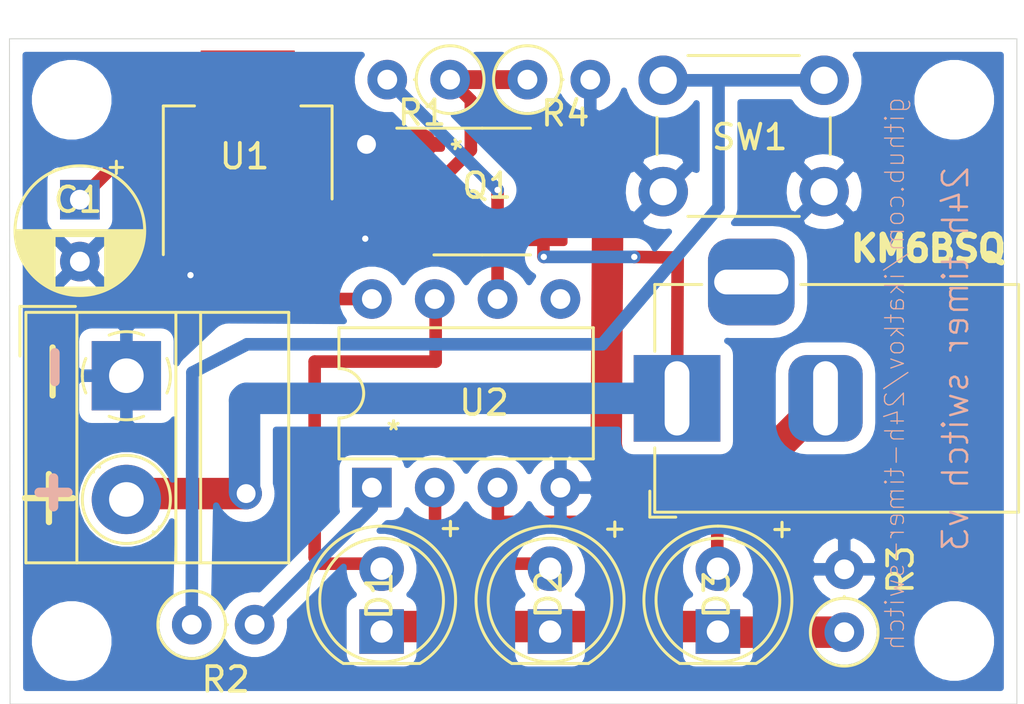
<source format=kicad_pcb>
(kicad_pcb (version 20171130) (host pcbnew "(5.1.12-1-10_14)")

  (general
    (thickness 1.6002)
    (drawings 17)
    (tracks 77)
    (zones 0)
    (modules 18)
    (nets 15)
  )

  (page USLetter)
  (title_block
    (rev 1)
  )

  (layers
    (0 Front signal)
    (31 Back signal)
    (34 B.Paste user hide)
    (35 F.Paste user hide)
    (36 B.SilkS user hide)
    (37 F.SilkS user)
    (38 B.Mask user hide)
    (39 F.Mask user hide)
    (44 Edge.Cuts user)
    (45 Margin user hide)
    (46 B.CrtYd user hide)
    (47 F.CrtYd user)
    (49 F.Fab user hide)
  )

  (setup
    (last_trace_width 0.508)
    (user_trace_width 0.254)
    (user_trace_width 0.508)
    (user_trace_width 0.762)
    (user_trace_width 1.016)
    (user_trace_width 1.27)
    (trace_clearance 0.1524)
    (zone_clearance 0.508)
    (zone_45_only no)
    (trace_min 0.1524)
    (via_size 0.508)
    (via_drill 0.254)
    (via_min_size 0.508)
    (via_min_drill 0.254)
    (user_via 0.6858 0.3302)
    (user_via 0.889 0.381)
    (uvia_size 0.6858)
    (uvia_drill 0.254)
    (uvias_allowed no)
    (uvia_min_size 0)
    (uvia_min_drill 0)
    (edge_width 0.0381)
    (segment_width 0.254)
    (pcb_text_width 0.3048)
    (pcb_text_size 1.524 1.524)
    (mod_edge_width 0.127)
    (mod_text_size 0.762 0.762)
    (mod_text_width 0.127)
    (pad_size 2.2 2.2)
    (pad_drill 2.2)
    (pad_to_mask_clearance 0)
    (aux_axis_origin 0 0)
    (visible_elements FFFFFF7F)
    (pcbplotparams
      (layerselection 0x010fc_ffffffff)
      (usegerberextensions false)
      (usegerberattributes false)
      (usegerberadvancedattributes false)
      (creategerberjobfile false)
      (excludeedgelayer true)
      (linewidth 0.152400)
      (plotframeref false)
      (viasonmask false)
      (mode 1)
      (useauxorigin false)
      (hpglpennumber 1)
      (hpglpenspeed 20)
      (hpglpendiameter 15.000000)
      (psnegative false)
      (psa4output false)
      (plotreference true)
      (plotvalue false)
      (plotinvisibletext false)
      (padsonsilk false)
      (subtractmaskfromsilk true)
      (outputformat 1)
      (mirror false)
      (drillshape 0)
      (scaleselection 1)
      (outputdirectory "./gerbers"))
  )

  (net 0 "")
  (net 1 GND)
  (net 2 VCC)
  (net 3 LED1)
  (net 4 "Net-(D1-Pad1)")
  (net 5 VDC)
  (net 6 V_IN)
  (net 7 "Net-(R1-Pad2)")
  (net 8 "Net-(R2-Pad2)")
  (net 9 "Net-(R2-Pad1)")
  (net 10 LED3)
  (net 11 LED2)
  (net 12 "Net-(U2-Pad5)")
  (net 13 "Net-(Q1-Pad2)")
  (net 14 "Net-(J1-Pad2)")

  (net_class Default "This is the default net class."
    (clearance 0.1524)
    (trace_width 0.1524)
    (via_dia 0.508)
    (via_drill 0.254)
    (uvia_dia 0.6858)
    (uvia_drill 0.254)
    (diff_pair_width 0.1524)
    (diff_pair_gap 0.1524)
    (add_net GND)
    (add_net LED1)
    (add_net LED2)
    (add_net LED3)
    (add_net "Net-(D1-Pad1)")
    (add_net "Net-(J1-Pad2)")
    (add_net "Net-(Q1-Pad2)")
    (add_net "Net-(R1-Pad2)")
    (add_net "Net-(R2-Pad1)")
    (add_net "Net-(R2-Pad2)")
    (add_net "Net-(U2-Pad5)")
    (add_net VCC)
    (add_net VDC)
    (add_net V_IN)
  )

  (module MountingHole:MountingHole_2.2mm_M2 (layer Front) (tedit 56D1B4CB) (tstamp 61BEED08)
    (at 153.7208 71.8312)
    (descr "Mounting Hole 2.2mm, no annular, M2")
    (tags "mounting hole 2.2mm no annular m2")
    (attr virtual)
    (fp_text reference REF** (at 0 -3.2) (layer F.SilkS) hide
      (effects (font (size 1 1) (thickness 0.15)))
    )
    (fp_text value MountingHole_2.2mm_M2 (at 0 3.2) (layer F.Fab)
      (effects (font (size 1 1) (thickness 0.15)))
    )
    (fp_text user %R (at 0.3 0) (layer F.Fab)
      (effects (font (size 1 1) (thickness 0.15)))
    )
    (fp_circle (center 0 0) (end 2.2 0) (layer Cmts.User) (width 0.15))
    (fp_circle (center 0 0) (end 2.45 0) (layer F.CrtYd) (width 0.05))
    (pad 1 np_thru_hole circle (at 0 0) (size 2.2 2.2) (drill 2.2) (layers *.Cu *.Mask))
  )

  (module MountingHole:MountingHole_2.2mm_M2 (layer Front) (tedit 56D1B4CB) (tstamp 61BEF398)
    (at 118.0592 71.8312)
    (descr "Mounting Hole 2.2mm, no annular, M2")
    (tags "mounting hole 2.2mm no annular m2")
    (attr virtual)
    (fp_text reference REF** (at 0 -3.2) (layer F.SilkS) hide
      (effects (font (size 1 1) (thickness 0.15)))
    )
    (fp_text value MountingHole_2.2mm_M2 (at 0 3.2) (layer F.Fab)
      (effects (font (size 1 1) (thickness 0.15)))
    )
    (fp_text user %R (at 0.3 0) (layer F.Fab)
      (effects (font (size 1 1) (thickness 0.15)))
    )
    (fp_circle (center 0 0) (end 2.2 0) (layer Cmts.User) (width 0.15))
    (fp_circle (center 0 0) (end 2.45 0) (layer F.CrtYd) (width 0.05))
    (pad 1 np_thru_hole circle (at 0 0) (size 2.2 2.2) (drill 2.2) (layers *.Cu *.Mask))
  )

  (module MountingHole:MountingHole_2.2mm_M2 (layer Front) (tedit 56D1B4CB) (tstamp 61BEF3AD)
    (at 118.0592 93.7006)
    (descr "Mounting Hole 2.2mm, no annular, M2")
    (tags "mounting hole 2.2mm no annular m2")
    (attr virtual)
    (fp_text reference REF** (at 0 -3.2) (layer F.SilkS) hide
      (effects (font (size 1 1) (thickness 0.15)))
    )
    (fp_text value MountingHole_2.2mm_M2 (at 0 3.2) (layer F.Fab)
      (effects (font (size 1 1) (thickness 0.15)))
    )
    (fp_text user %R (at 0.3 0) (layer F.Fab)
      (effects (font (size 1 1) (thickness 0.15)))
    )
    (fp_circle (center 0 0) (end 2.2 0) (layer Cmts.User) (width 0.15))
    (fp_circle (center 0 0) (end 2.45 0) (layer F.CrtYd) (width 0.05))
    (pad 1 np_thru_hole circle (at 0 0) (size 2.2 2.2) (drill 2.2) (layers *.Cu *.Mask))
  )

  (module MountingHole:MountingHole_2.2mm_M2 (layer Front) (tedit 56D1B4CB) (tstamp 61BEEC5D)
    (at 153.7208 93.7006)
    (descr "Mounting Hole 2.2mm, no annular, M2")
    (tags "mounting hole 2.2mm no annular m2")
    (attr virtual)
    (fp_text reference REF** (at 0 -3.2) (layer F.SilkS) hide
      (effects (font (size 1 1) (thickness 0.15)))
    )
    (fp_text value MountingHole_2.2mm_M2 (at 0 3.2) (layer F.Fab)
      (effects (font (size 1 1) (thickness 0.15)))
    )
    (fp_text user %R (at 0.3 0) (layer F.Fab)
      (effects (font (size 1 1) (thickness 0.15)))
    )
    (fp_circle (center 0 0) (end 2.2 0) (layer Cmts.User) (width 0.15))
    (fp_circle (center 0 0) (end 2.45 0) (layer F.CrtYd) (width 0.05))
    (pad 1 np_thru_hole circle (at 0 0) (size 2.2 2.2) (drill 2.2) (layers *.Cu *.Mask))
  )

  (module Resistor_THT:R_Axial_DIN0207_L6.3mm_D2.5mm_P2.54mm_Vertical (layer Front) (tedit 5AE5139B) (tstamp 61BEF46F)
    (at 136.4742 71.0184)
    (descr "Resistor, Axial_DIN0207 series, Axial, Vertical, pin pitch=2.54mm, 0.25W = 1/4W, length*diameter=6.3*2.5mm^2, http://cdn-reichelt.de/documents/datenblatt/B400/1_4W%23YAG.pdf")
    (tags "Resistor Axial_DIN0207 series Axial Vertical pin pitch 2.54mm 0.25W = 1/4W length 6.3mm diameter 2.5mm")
    (path /61C064DB)
    (fp_text reference R4 (at 1.52908 1.36652) (layer F.SilkS)
      (effects (font (size 1 1) (thickness 0.15)))
    )
    (fp_text value 10k (at 1.27 2.37) (layer F.Fab)
      (effects (font (size 1 1) (thickness 0.15)))
    )
    (fp_text user %R (at 1.27 -2.37) (layer F.Fab)
      (effects (font (size 1 1) (thickness 0.15)))
    )
    (fp_circle (center 0 0) (end 1.25 0) (layer F.Fab) (width 0.1))
    (fp_circle (center 0 0) (end 1.37 0) (layer F.SilkS) (width 0.12))
    (fp_line (start 0 0) (end 2.54 0) (layer F.Fab) (width 0.1))
    (fp_line (start 1.37 0) (end 1.44 0) (layer F.SilkS) (width 0.12))
    (fp_line (start -1.5 -1.5) (end -1.5 1.5) (layer F.CrtYd) (width 0.05))
    (fp_line (start -1.5 1.5) (end 3.59 1.5) (layer F.CrtYd) (width 0.05))
    (fp_line (start 3.59 1.5) (end 3.59 -1.5) (layer F.CrtYd) (width 0.05))
    (fp_line (start 3.59 -1.5) (end -1.5 -1.5) (layer F.CrtYd) (width 0.05))
    (pad 2 thru_hole oval (at 2.54 0) (size 1.6 1.6) (drill 0.8) (layers *.Cu *.Mask)
      (net 1 GND))
    (pad 1 thru_hole circle (at 0 0) (size 1.6 1.6) (drill 0.8) (layers *.Cu *.Mask)
      (net 13 "Net-(Q1-Pad2)"))
    (model ${KISYS3DMOD}/Resistor_THT.3dshapes/R_Axial_DIN0207_L6.3mm_D2.5mm_P2.54mm_Vertical.wrl
      (at (xyz 0 0 0))
      (scale (xyz 1 1 1))
      (rotate (xyz 0 0 0))
    )
  )

  (module Package_SO:SOIC-8_3.9x4.9mm_P1.27mm (layer Front) (tedit 5D9F72B1) (tstamp 61A3CAAA)
    (at 134.6454 75.5396)
    (descr "SOIC, 8 Pin (JEDEC MS-012AA, https://www.analog.com/media/en/package-pcb-resources/package/pkg_pdf/soic_narrow-r/r_8.pdf), generated with kicad-footprint-generator ipc_gullwing_generator.py")
    (tags "SOIC SO")
    (path /61A2EE27)
    (attr smd)
    (fp_text reference Q1 (at 0.19812 -0.23368 180) (layer F.SilkS)
      (effects (font (size 1 1) (thickness 0.15)))
    )
    (fp_text value AO4620 (at 0 3.4) (layer F.Fab) hide
      (effects (font (size 1 1) (thickness 0.15)))
    )
    (fp_line (start 3.7 -2.7) (end -3.7 -2.7) (layer F.CrtYd) (width 0.05))
    (fp_line (start 3.7 2.7) (end 3.7 -2.7) (layer F.CrtYd) (width 0.05))
    (fp_line (start -3.7 2.7) (end 3.7 2.7) (layer F.CrtYd) (width 0.05))
    (fp_line (start -3.7 -2.7) (end -3.7 2.7) (layer F.CrtYd) (width 0.05))
    (fp_line (start -1.95 -1.475) (end -0.975 -2.45) (layer F.Fab) (width 0.1))
    (fp_line (start -1.95 2.45) (end -1.95 -1.475) (layer F.Fab) (width 0.1))
    (fp_line (start 1.95 2.45) (end -1.95 2.45) (layer F.Fab) (width 0.1))
    (fp_line (start 1.95 -2.45) (end 1.95 2.45) (layer F.Fab) (width 0.1))
    (fp_line (start -0.975 -2.45) (end 1.95 -2.45) (layer F.Fab) (width 0.1))
    (fp_line (start 0 -2.56) (end -3.45 -2.56) (layer F.SilkS) (width 0.12))
    (fp_line (start 0 -2.56) (end 1.95 -2.56) (layer F.SilkS) (width 0.12))
    (fp_line (start 0 2.56) (end -1.95 2.56) (layer F.SilkS) (width 0.12))
    (fp_line (start 0 2.56) (end 1.95 2.56) (layer F.SilkS) (width 0.12))
    (pad 1 smd roundrect (at -2.475 -1.905) (size 1.95 0.6) (layers Front F.Paste F.Mask) (roundrect_rratio 0.25)
      (net 1 GND))
    (pad 2 smd roundrect (at -2.475 -0.635) (size 1.95 0.6) (layers Front F.Paste F.Mask) (roundrect_rratio 0.25)
      (net 13 "Net-(Q1-Pad2)"))
    (pad 3 smd roundrect (at -2.475 0.635) (size 1.95 0.6) (layers Front F.Paste F.Mask) (roundrect_rratio 0.25)
      (net 6 V_IN))
    (pad 4 smd roundrect (at -2.475 1.905) (size 1.95 0.6) (layers Front F.Paste F.Mask) (roundrect_rratio 0.25)
      (net 1 GND))
    (pad 5 smd roundrect (at 2.475 1.905) (size 1.95 0.6) (layers Front F.Paste F.Mask) (roundrect_rratio 0.25)
      (net 5 VDC))
    (pad 6 smd roundrect (at 2.475 0.635) (size 1.95 0.6) (layers Front F.Paste F.Mask) (roundrect_rratio 0.25)
      (net 5 VDC))
    (pad 7 smd roundrect (at 2.475 -0.635) (size 1.95 0.6) (layers Front F.Paste F.Mask) (roundrect_rratio 0.25)
      (net 14 "Net-(J1-Pad2)"))
    (pad 8 smd roundrect (at 2.475 -1.905) (size 1.95 0.6) (layers Front F.Paste F.Mask) (roundrect_rratio 0.25)
      (net 14 "Net-(J1-Pad2)"))
    (model ${KISYS3DMOD}/Package_SO.3dshapes/SOIC-8_3.9x4.9mm_P1.27mm.wrl
      (at (xyz 0 0 0))
      (scale (xyz 1 1 1))
      (rotate (xyz 0 0 0))
    )
  )

  (module Package_TO_SOT_SMD:SOT-223-3_TabPin2 (layer Front) (tedit 5A02FF57) (tstamp 61A2D668)
    (at 125.1712 73.9902 90)
    (descr "module CMS SOT223 4 pins")
    (tags "CMS SOT")
    (path /61A27784)
    (attr smd)
    (fp_text reference U1 (at -0.127 -0.127 180) (layer F.SilkS)
      (effects (font (size 1 1) (thickness 0.15)))
    )
    (fp_text value AMS1117-5.0 (at 3.23088 -1.61036 180) (layer F.Fab) hide
      (effects (font (size 1 1) (thickness 0.15)))
    )
    (fp_line (start 1.91 3.41) (end 1.91 2.15) (layer F.SilkS) (width 0.12))
    (fp_line (start 1.91 -3.41) (end 1.91 -2.15) (layer F.SilkS) (width 0.12))
    (fp_line (start 4.4 -3.6) (end -4.4 -3.6) (layer F.CrtYd) (width 0.05))
    (fp_line (start 4.4 3.6) (end 4.4 -3.6) (layer F.CrtYd) (width 0.05))
    (fp_line (start -4.4 3.6) (end 4.4 3.6) (layer F.CrtYd) (width 0.05))
    (fp_line (start -4.4 -3.6) (end -4.4 3.6) (layer F.CrtYd) (width 0.05))
    (fp_line (start -1.85 -2.35) (end -0.85 -3.35) (layer F.Fab) (width 0.1))
    (fp_line (start -1.85 -2.35) (end -1.85 3.35) (layer F.Fab) (width 0.1))
    (fp_line (start -1.85 3.41) (end 1.91 3.41) (layer F.SilkS) (width 0.12))
    (fp_line (start -0.85 -3.35) (end 1.85 -3.35) (layer F.Fab) (width 0.1))
    (fp_line (start -4.1 -3.41) (end 1.91 -3.41) (layer F.SilkS) (width 0.12))
    (fp_line (start -1.85 3.35) (end 1.85 3.35) (layer F.Fab) (width 0.1))
    (fp_line (start 1.85 -3.35) (end 1.85 3.35) (layer F.Fab) (width 0.1))
    (fp_text user %R (at -0.05588 0.47244) (layer F.Fab)
      (effects (font (size 0.8 0.8) (thickness 0.12)))
    )
    (pad 1 smd rect (at -3.15 -2.3 90) (size 2 1.5) (layers Front F.Paste F.Mask)
      (net 1 GND))
    (pad 3 smd rect (at -3.15 2.3 90) (size 2 1.5) (layers Front F.Paste F.Mask)
      (net 6 V_IN))
    (pad 2 smd rect (at -3.15 0 90) (size 2 1.5) (layers Front F.Paste F.Mask)
      (net 2 VCC))
    (pad 2 smd rect (at 3.15 0 90) (size 2 3.8) (layers Front F.Paste F.Mask)
      (net 2 VCC))
    (model ${KISYS3DMOD}/Package_TO_SOT_SMD.3dshapes/SOT-223.wrl
      (at (xyz 0 0 0))
      (scale (xyz 1 1 1))
      (rotate (xyz 0 0 0))
    )
  )

  (module LED_THT:LED_D5.0mm (layer Front) (tedit 5995936A) (tstamp 61BEE4E1)
    (at 144.1704 93.3196 90)
    (descr "LED, diameter 5.0mm, 2 pins, http://cdn-reichelt.de/documents/datenblatt/A500/LL-504BC2E-009.pdf")
    (tags "LED diameter 5.0mm 2 pins")
    (path /61A38186)
    (fp_text reference D3 (at 1.50368 -0.04572 90) (layer F.SilkS)
      (effects (font (size 1 1) (thickness 0.15)))
    )
    (fp_text value LED (at 1.27 3.96 90) (layer F.Fab) hide
      (effects (font (size 1 1) (thickness 0.15)))
    )
    (fp_circle (center 1.27 0) (end 3.77 0) (layer F.Fab) (width 0.1))
    (fp_circle (center 1.27 0) (end 3.77 0) (layer F.SilkS) (width 0.12))
    (fp_line (start -1.23 -1.469694) (end -1.23 1.469694) (layer F.Fab) (width 0.1))
    (fp_line (start -1.29 -1.545) (end -1.29 1.545) (layer F.SilkS) (width 0.12))
    (fp_line (start -1.95 -3.25) (end -1.95 3.25) (layer F.CrtYd) (width 0.05))
    (fp_line (start -1.95 3.25) (end 4.5 3.25) (layer F.CrtYd) (width 0.05))
    (fp_line (start 4.5 3.25) (end 4.5 -3.25) (layer F.CrtYd) (width 0.05))
    (fp_line (start 4.5 -3.25) (end -1.95 -3.25) (layer F.CrtYd) (width 0.05))
    (fp_text user %R (at 1.25 0 90) (layer F.Fab)
      (effects (font (size 0.8 0.8) (thickness 0.2)))
    )
    (fp_arc (start 1.27 0) (end -1.29 1.54483) (angle -148.9) (layer F.SilkS) (width 0.12))
    (fp_arc (start 1.27 0) (end -1.29 -1.54483) (angle 148.9) (layer F.SilkS) (width 0.12))
    (fp_arc (start 1.27 0) (end -1.23 -1.469694) (angle 299.1) (layer F.Fab) (width 0.1))
    (pad 2 thru_hole circle (at 2.54 0 90) (size 1.8 1.8) (drill 0.9) (layers *.Cu *.Mask)
      (net 10 LED3))
    (pad 1 thru_hole rect (at 0 0 90) (size 1.8 1.8) (drill 0.9) (layers *.Cu *.Mask)
      (net 4 "Net-(D1-Pad1)"))
    (model ${KISYS3DMOD}/LED_THT.3dshapes/LED_D5.0mm.wrl
      (at (xyz 0 0 0))
      (scale (xyz 1 1 1))
      (rotate (xyz 0 0 0))
    )
  )

  (module LED_THT:LED_D5.0mm (layer Front) (tedit 5995936A) (tstamp 61BEE47B)
    (at 137.3886 93.3196 90)
    (descr "LED, diameter 5.0mm, 2 pins, http://cdn-reichelt.de/documents/datenblatt/A500/LL-504BC2E-009.pdf")
    (tags "LED diameter 5.0mm 2 pins")
    (path /61A370DE)
    (fp_text reference D2 (at 1.50368 -0.05588 90) (layer F.SilkS)
      (effects (font (size 1 1) (thickness 0.15)))
    )
    (fp_text value LED (at 1.27 3.96 90) (layer F.Fab) hide
      (effects (font (size 1 1) (thickness 0.15)))
    )
    (fp_circle (center 1.27 0) (end 3.77 0) (layer F.Fab) (width 0.1))
    (fp_circle (center 1.27 0) (end 3.77 0) (layer F.SilkS) (width 0.12))
    (fp_line (start -1.23 -1.469694) (end -1.23 1.469694) (layer F.Fab) (width 0.1))
    (fp_line (start -1.29 -1.545) (end -1.29 1.545) (layer F.SilkS) (width 0.12))
    (fp_line (start -1.95 -3.25) (end -1.95 3.25) (layer F.CrtYd) (width 0.05))
    (fp_line (start -1.95 3.25) (end 4.5 3.25) (layer F.CrtYd) (width 0.05))
    (fp_line (start 4.5 3.25) (end 4.5 -3.25) (layer F.CrtYd) (width 0.05))
    (fp_line (start 4.5 -3.25) (end -1.95 -3.25) (layer F.CrtYd) (width 0.05))
    (fp_text user %R (at 1.25 0 90) (layer F.Fab)
      (effects (font (size 0.8 0.8) (thickness 0.2)))
    )
    (fp_arc (start 1.27 0) (end -1.29 1.54483) (angle -148.9) (layer F.SilkS) (width 0.12))
    (fp_arc (start 1.27 0) (end -1.29 -1.54483) (angle 148.9) (layer F.SilkS) (width 0.12))
    (fp_arc (start 1.27 0) (end -1.23 -1.469694) (angle 299.1) (layer F.Fab) (width 0.1))
    (pad 2 thru_hole circle (at 2.54 0 90) (size 1.8 1.8) (drill 0.9) (layers *.Cu *.Mask)
      (net 11 LED2))
    (pad 1 thru_hole rect (at 0 0 90) (size 1.8 1.8) (drill 0.9) (layers *.Cu *.Mask)
      (net 4 "Net-(D1-Pad1)"))
    (model ${KISYS3DMOD}/LED_THT.3dshapes/LED_D5.0mm.wrl
      (at (xyz 0 0 0))
      (scale (xyz 1 1 1))
      (rotate (xyz 0 0 0))
    )
  )

  (module LED_THT:LED_D5.0mm (layer Front) (tedit 5995936A) (tstamp 61BEE4AE)
    (at 130.5814 93.3196 90)
    (descr "LED, diameter 5.0mm, 2 pins, http://cdn-reichelt.de/documents/datenblatt/A500/LL-504BC2E-009.pdf")
    (tags "LED diameter 5.0mm 2 pins")
    (path /61A36151)
    (fp_text reference D1 (at 1.45288 -0.08636 90) (layer F.SilkS)
      (effects (font (size 1 1) (thickness 0.15)))
    )
    (fp_text value LED (at 1.27 3.96 90) (layer F.Fab) hide
      (effects (font (size 1 1) (thickness 0.15)))
    )
    (fp_circle (center 1.27 0) (end 3.77 0) (layer F.Fab) (width 0.1))
    (fp_circle (center 1.27 0) (end 3.77 0) (layer F.SilkS) (width 0.12))
    (fp_line (start -1.23 -1.469694) (end -1.23 1.469694) (layer F.Fab) (width 0.1))
    (fp_line (start -1.29 -1.545) (end -1.29 1.545) (layer F.SilkS) (width 0.12))
    (fp_line (start -1.95 -3.25) (end -1.95 3.25) (layer F.CrtYd) (width 0.05))
    (fp_line (start -1.95 3.25) (end 4.5 3.25) (layer F.CrtYd) (width 0.05))
    (fp_line (start 4.5 3.25) (end 4.5 -3.25) (layer F.CrtYd) (width 0.05))
    (fp_line (start 4.5 -3.25) (end -1.95 -3.25) (layer F.CrtYd) (width 0.05))
    (fp_text user %R (at 1.25 0 90) (layer F.Fab)
      (effects (font (size 0.8 0.8) (thickness 0.2)))
    )
    (fp_arc (start 1.27 0) (end -1.29 1.54483) (angle -148.9) (layer F.SilkS) (width 0.12))
    (fp_arc (start 1.27 0) (end -1.29 -1.54483) (angle 148.9) (layer F.SilkS) (width 0.12))
    (fp_arc (start 1.27 0) (end -1.23 -1.469694) (angle 299.1) (layer F.Fab) (width 0.1))
    (pad 2 thru_hole circle (at 2.54 0 90) (size 1.8 1.8) (drill 0.9) (layers *.Cu *.Mask)
      (net 3 LED1))
    (pad 1 thru_hole rect (at 0 0 90) (size 1.8 1.8) (drill 0.9) (layers *.Cu *.Mask)
      (net 4 "Net-(D1-Pad1)"))
    (model ${KISYS3DMOD}/LED_THT.3dshapes/LED_D5.0mm.wrl
      (at (xyz 0 0 0))
      (scale (xyz 1 1 1))
      (rotate (xyz 0 0 0))
    )
  )

  (module TerminalBlock_MetzConnect:TerminalBlock_MetzConnect_Type011_RT05502HBWC_1x02_P5.00mm_Horizontal (layer Front) (tedit 5B294E99) (tstamp 61A37CD8)
    (at 120.269 82.9818 270)
    (descr "terminal block Metz Connect Type011_RT05502HBWC, 2 pins, pitch 5mm, size 10x10.5mm^2, drill diamater 1.4mm, pad diameter 2.8mm, see http://www.metz-connect.com/de/system/files/productfiles/Datenblatt_310111_RT055xxHBLC_OFF-022717S.pdf, script-generated using https://github.com/pointhi/kicad-footprint-generator/scripts/TerminalBlock_MetzConnect")
    (tags "THT terminal block Metz Connect Type011_RT05502HBWC pitch 5mm size 10x10.5mm^2 drill 1.4mm pad 2.8mm")
    (path /61A32F20)
    (fp_text reference J2 (at 6.4516 -4.2926 180) (layer F.SilkS) hide
      (effects (font (size 1 1) (thickness 0.15)))
    )
    (fp_text value Screw_Terminal_01x02 (at 2.5 5.06 90) (layer F.Fab) hide
      (effects (font (size 1 1) (thickness 0.15)))
    )
    (fp_circle (center 0 0) (end 1.6 0) (layer F.Fab) (width 0.1))
    (fp_circle (center 5 0) (end 6.6 0) (layer F.Fab) (width 0.1))
    (fp_circle (center 5 0) (end 6.78 0) (layer F.SilkS) (width 0.12))
    (fp_line (start -2.5 -6.5) (end 7.5 -6.5) (layer F.Fab) (width 0.1))
    (fp_line (start 7.5 -6.5) (end 7.5 4) (layer F.Fab) (width 0.1))
    (fp_line (start 7.5 4) (end -0.5 4) (layer F.Fab) (width 0.1))
    (fp_line (start -0.5 4) (end -2.5 2) (layer F.Fab) (width 0.1))
    (fp_line (start -2.5 2) (end -2.5 -6.5) (layer F.Fab) (width 0.1))
    (fp_line (start -2.5 2) (end 7.5 2) (layer F.Fab) (width 0.1))
    (fp_line (start -2.56 2) (end 7.56 2) (layer F.SilkS) (width 0.12))
    (fp_line (start -2.5 -2) (end 7.5 -2) (layer F.Fab) (width 0.1))
    (fp_line (start -2.56 -2) (end 7.56 -2) (layer F.SilkS) (width 0.12))
    (fp_line (start -2.5 -3) (end 7.5 -3) (layer F.Fab) (width 0.1))
    (fp_line (start -2.56 -3) (end 7.56 -3) (layer F.SilkS) (width 0.12))
    (fp_line (start -2.56 -6.56) (end 7.56 -6.56) (layer F.SilkS) (width 0.12))
    (fp_line (start -2.56 4.06) (end 7.56 4.06) (layer F.SilkS) (width 0.12))
    (fp_line (start -2.56 -6.56) (end -2.56 4.06) (layer F.SilkS) (width 0.12))
    (fp_line (start 7.56 -6.56) (end 7.56 4.06) (layer F.SilkS) (width 0.12))
    (fp_line (start 1.214 -1.019) (end -1.019 1.214) (layer F.Fab) (width 0.1))
    (fp_line (start 1.019 -1.214) (end -1.214 1.018) (layer F.Fab) (width 0.1))
    (fp_line (start 6.214 -1.019) (end 3.982 1.214) (layer F.Fab) (width 0.1))
    (fp_line (start 6.019 -1.214) (end 3.787 1.018) (layer F.Fab) (width 0.1))
    (fp_line (start 6.35 -1.133) (end 6.301 -1.083) (layer F.SilkS) (width 0.12))
    (fp_line (start 3.892 1.325) (end 3.868 1.35) (layer F.SilkS) (width 0.12))
    (fp_line (start 6.133 -1.35) (end 6.108 -1.326) (layer F.SilkS) (width 0.12))
    (fp_line (start 3.7 1.083) (end 3.65 1.133) (layer F.SilkS) (width 0.12))
    (fp_line (start -2.8 2.06) (end -2.8 4.3) (layer F.SilkS) (width 0.12))
    (fp_line (start -2.8 4.3) (end -0.8 4.3) (layer F.SilkS) (width 0.12))
    (fp_line (start -3 -7) (end -3 4.5) (layer F.CrtYd) (width 0.05))
    (fp_line (start -3 4.5) (end 8 4.5) (layer F.CrtYd) (width 0.05))
    (fp_line (start 8 4.5) (end 8 -7) (layer F.CrtYd) (width 0.05))
    (fp_line (start 8 -7) (end -3 -7) (layer F.CrtYd) (width 0.05))
    (fp_text user %R (at 2.32664 -4.37896 180) (layer F.Fab)
      (effects (font (size 1 1) (thickness 0.15)))
    )
    (fp_arc (start 0 0) (end -0.696 1.639) (angle -24) (layer F.SilkS) (width 0.12))
    (fp_arc (start 0 0) (end -1.639 -0.696) (angle -46) (layer F.SilkS) (width 0.12))
    (fp_arc (start 0 0) (end 0.696 -1.639) (angle -46) (layer F.SilkS) (width 0.12))
    (fp_arc (start 0 0) (end 1.639 0.696) (angle -46) (layer F.SilkS) (width 0.12))
    (fp_arc (start 0 0) (end 0 1.78) (angle -23) (layer F.SilkS) (width 0.12))
    (pad 2 thru_hole circle (at 5 0 270) (size 2.8 2.8) (drill 1.4) (layers *.Cu *.Mask)
      (net 5 VDC))
    (pad 1 thru_hole rect (at 0 0 270) (size 2.8 2.8) (drill 1.4) (layers *.Cu *.Mask)
      (net 1 GND))
    (model ${KISYS3DMOD}/TerminalBlock_MetzConnect.3dshapes/TerminalBlock_MetzConnect_Type011_RT05502HBWC_1x02_P5.00mm_Horizontal.wrl
      (at (xyz 0 0 0))
      (scale (xyz 1 1 1))
      (rotate (xyz 0 0 0))
    )
    (model ${KISYS3DMOD}/TerminalBlock_Phoenix.3dshapes/TerminalBlock_Phoenix_MKDS-1%2C5-2-5.08_1x02_P5.08mm_Horizontal.wrl
      (at (xyz 0 0 0))
      (scale (xyz 1 1 1))
      (rotate (xyz 0 0 0))
    )
  )

  (module Resistor_THT:R_Axial_DIN0207_L6.3mm_D2.5mm_P2.54mm_Vertical (layer Front) (tedit 5AE5139B) (tstamp 61A2D615)
    (at 133.35 71.0184 180)
    (descr "Resistor, Axial_DIN0207 series, Axial, Vertical, pin pitch=2.54mm, 0.25W = 1/4W, length*diameter=6.3*2.5mm^2, http://cdn-reichelt.de/documents/datenblatt/B400/1_4W%23YAG.pdf")
    (tags "Resistor Axial_DIN0207 series Axial Vertical pin pitch 2.54mm 0.25W = 1/4W length 6.3mm diameter 2.5mm")
    (path /61A4FF45)
    (fp_text reference R1 (at 1.13284 -1.33858) (layer F.SilkS)
      (effects (font (size 1 1) (thickness 0.15)))
    )
    (fp_text value 330 (at 0.88392 -0.0635) (layer F.Fab)
      (effects (font (size 1 1) (thickness 0.15)))
    )
    (fp_circle (center 0 0) (end 1.25 0) (layer F.Fab) (width 0.1))
    (fp_circle (center 0 0) (end 1.37 0) (layer F.SilkS) (width 0.12))
    (fp_line (start 0 0) (end 2.54 0) (layer F.Fab) (width 0.1))
    (fp_line (start 1.37 0) (end 1.44 0) (layer F.SilkS) (width 0.12))
    (fp_line (start -1.5 -1.5) (end -1.5 1.5) (layer F.CrtYd) (width 0.05))
    (fp_line (start -1.5 1.5) (end 3.59 1.5) (layer F.CrtYd) (width 0.05))
    (fp_line (start 3.59 1.5) (end 3.59 -1.5) (layer F.CrtYd) (width 0.05))
    (fp_line (start 3.59 -1.5) (end -1.5 -1.5) (layer F.CrtYd) (width 0.05))
    (fp_text user %R (at 4.1148 0.0127) (layer F.Fab)
      (effects (font (size 1 1) (thickness 0.15)))
    )
    (pad 2 thru_hole oval (at 2.54 0 180) (size 1.6 1.6) (drill 0.8) (layers *.Cu *.Mask)
      (net 7 "Net-(R1-Pad2)"))
    (pad 1 thru_hole circle (at 0 0 180) (size 1.6 1.6) (drill 0.8) (layers *.Cu *.Mask)
      (net 13 "Net-(Q1-Pad2)"))
    (model ${KISYS3DMOD}/Resistor_THT.3dshapes/R_Axial_DIN0207_L6.3mm_D2.5mm_P2.54mm_Vertical.wrl
      (at (xyz 0 0 0))
      (scale (xyz 1 1 1))
      (rotate (xyz 0 0 0))
    )
  )

  (module Capacitor_THT:CP_Radial_D5.0mm_P2.50mm (layer Front) (tedit 5AE50EF0) (tstamp 61A2D55D)
    (at 118.3894 75.8698 270)
    (descr "CP, Radial series, Radial, pin pitch=2.50mm, , diameter=5mm, Electrolytic Capacitor")
    (tags "CP Radial series Radial pin pitch 2.50mm  diameter 5mm Electrolytic Capacitor")
    (path /61A472D0)
    (fp_text reference C1 (at 0.00508 0.0762 180) (layer F.SilkS)
      (effects (font (size 1 1) (thickness 0.15)))
    )
    (fp_text value "22uF tantalum" (at 1.25 3.75 90) (layer F.Fab) hide
      (effects (font (size 1 1) (thickness 0.15)))
    )
    (fp_circle (center 1.25 0) (end 3.75 0) (layer F.Fab) (width 0.1))
    (fp_circle (center 1.25 0) (end 3.87 0) (layer F.SilkS) (width 0.12))
    (fp_circle (center 1.25 0) (end 4 0) (layer F.CrtYd) (width 0.05))
    (fp_line (start -0.883605 -1.0875) (end -0.383605 -1.0875) (layer F.Fab) (width 0.1))
    (fp_line (start -0.633605 -1.3375) (end -0.633605 -0.8375) (layer F.Fab) (width 0.1))
    (fp_line (start 1.25 -2.58) (end 1.25 2.58) (layer F.SilkS) (width 0.12))
    (fp_line (start 1.29 -2.58) (end 1.29 2.58) (layer F.SilkS) (width 0.12))
    (fp_line (start 1.33 -2.579) (end 1.33 2.579) (layer F.SilkS) (width 0.12))
    (fp_line (start 1.37 -2.578) (end 1.37 2.578) (layer F.SilkS) (width 0.12))
    (fp_line (start 1.41 -2.576) (end 1.41 2.576) (layer F.SilkS) (width 0.12))
    (fp_line (start 1.45 -2.573) (end 1.45 2.573) (layer F.SilkS) (width 0.12))
    (fp_line (start 1.49 -2.569) (end 1.49 -1.04) (layer F.SilkS) (width 0.12))
    (fp_line (start 1.49 1.04) (end 1.49 2.569) (layer F.SilkS) (width 0.12))
    (fp_line (start 1.53 -2.565) (end 1.53 -1.04) (layer F.SilkS) (width 0.12))
    (fp_line (start 1.53 1.04) (end 1.53 2.565) (layer F.SilkS) (width 0.12))
    (fp_line (start 1.57 -2.561) (end 1.57 -1.04) (layer F.SilkS) (width 0.12))
    (fp_line (start 1.57 1.04) (end 1.57 2.561) (layer F.SilkS) (width 0.12))
    (fp_line (start 1.61 -2.556) (end 1.61 -1.04) (layer F.SilkS) (width 0.12))
    (fp_line (start 1.61 1.04) (end 1.61 2.556) (layer F.SilkS) (width 0.12))
    (fp_line (start 1.65 -2.55) (end 1.65 -1.04) (layer F.SilkS) (width 0.12))
    (fp_line (start 1.65 1.04) (end 1.65 2.55) (layer F.SilkS) (width 0.12))
    (fp_line (start 1.69 -2.543) (end 1.69 -1.04) (layer F.SilkS) (width 0.12))
    (fp_line (start 1.69 1.04) (end 1.69 2.543) (layer F.SilkS) (width 0.12))
    (fp_line (start 1.73 -2.536) (end 1.73 -1.04) (layer F.SilkS) (width 0.12))
    (fp_line (start 1.73 1.04) (end 1.73 2.536) (layer F.SilkS) (width 0.12))
    (fp_line (start 1.77 -2.528) (end 1.77 -1.04) (layer F.SilkS) (width 0.12))
    (fp_line (start 1.77 1.04) (end 1.77 2.528) (layer F.SilkS) (width 0.12))
    (fp_line (start 1.81 -2.52) (end 1.81 -1.04) (layer F.SilkS) (width 0.12))
    (fp_line (start 1.81 1.04) (end 1.81 2.52) (layer F.SilkS) (width 0.12))
    (fp_line (start 1.85 -2.511) (end 1.85 -1.04) (layer F.SilkS) (width 0.12))
    (fp_line (start 1.85 1.04) (end 1.85 2.511) (layer F.SilkS) (width 0.12))
    (fp_line (start 1.89 -2.501) (end 1.89 -1.04) (layer F.SilkS) (width 0.12))
    (fp_line (start 1.89 1.04) (end 1.89 2.501) (layer F.SilkS) (width 0.12))
    (fp_line (start 1.93 -2.491) (end 1.93 -1.04) (layer F.SilkS) (width 0.12))
    (fp_line (start 1.93 1.04) (end 1.93 2.491) (layer F.SilkS) (width 0.12))
    (fp_line (start 1.971 -2.48) (end 1.971 -1.04) (layer F.SilkS) (width 0.12))
    (fp_line (start 1.971 1.04) (end 1.971 2.48) (layer F.SilkS) (width 0.12))
    (fp_line (start 2.011 -2.468) (end 2.011 -1.04) (layer F.SilkS) (width 0.12))
    (fp_line (start 2.011 1.04) (end 2.011 2.468) (layer F.SilkS) (width 0.12))
    (fp_line (start 2.051 -2.455) (end 2.051 -1.04) (layer F.SilkS) (width 0.12))
    (fp_line (start 2.051 1.04) (end 2.051 2.455) (layer F.SilkS) (width 0.12))
    (fp_line (start 2.091 -2.442) (end 2.091 -1.04) (layer F.SilkS) (width 0.12))
    (fp_line (start 2.091 1.04) (end 2.091 2.442) (layer F.SilkS) (width 0.12))
    (fp_line (start 2.131 -2.428) (end 2.131 -1.04) (layer F.SilkS) (width 0.12))
    (fp_line (start 2.131 1.04) (end 2.131 2.428) (layer F.SilkS) (width 0.12))
    (fp_line (start 2.171 -2.414) (end 2.171 -1.04) (layer F.SilkS) (width 0.12))
    (fp_line (start 2.171 1.04) (end 2.171 2.414) (layer F.SilkS) (width 0.12))
    (fp_line (start 2.211 -2.398) (end 2.211 -1.04) (layer F.SilkS) (width 0.12))
    (fp_line (start 2.211 1.04) (end 2.211 2.398) (layer F.SilkS) (width 0.12))
    (fp_line (start 2.251 -2.382) (end 2.251 -1.04) (layer F.SilkS) (width 0.12))
    (fp_line (start 2.251 1.04) (end 2.251 2.382) (layer F.SilkS) (width 0.12))
    (fp_line (start 2.291 -2.365) (end 2.291 -1.04) (layer F.SilkS) (width 0.12))
    (fp_line (start 2.291 1.04) (end 2.291 2.365) (layer F.SilkS) (width 0.12))
    (fp_line (start 2.331 -2.348) (end 2.331 -1.04) (layer F.SilkS) (width 0.12))
    (fp_line (start 2.331 1.04) (end 2.331 2.348) (layer F.SilkS) (width 0.12))
    (fp_line (start 2.371 -2.329) (end 2.371 -1.04) (layer F.SilkS) (width 0.12))
    (fp_line (start 2.371 1.04) (end 2.371 2.329) (layer F.SilkS) (width 0.12))
    (fp_line (start 2.411 -2.31) (end 2.411 -1.04) (layer F.SilkS) (width 0.12))
    (fp_line (start 2.411 1.04) (end 2.411 2.31) (layer F.SilkS) (width 0.12))
    (fp_line (start 2.451 -2.29) (end 2.451 -1.04) (layer F.SilkS) (width 0.12))
    (fp_line (start 2.451 1.04) (end 2.451 2.29) (layer F.SilkS) (width 0.12))
    (fp_line (start 2.491 -2.268) (end 2.491 -1.04) (layer F.SilkS) (width 0.12))
    (fp_line (start 2.491 1.04) (end 2.491 2.268) (layer F.SilkS) (width 0.12))
    (fp_line (start 2.531 -2.247) (end 2.531 -1.04) (layer F.SilkS) (width 0.12))
    (fp_line (start 2.531 1.04) (end 2.531 2.247) (layer F.SilkS) (width 0.12))
    (fp_line (start 2.571 -2.224) (end 2.571 -1.04) (layer F.SilkS) (width 0.12))
    (fp_line (start 2.571 1.04) (end 2.571 2.224) (layer F.SilkS) (width 0.12))
    (fp_line (start 2.611 -2.2) (end 2.611 -1.04) (layer F.SilkS) (width 0.12))
    (fp_line (start 2.611 1.04) (end 2.611 2.2) (layer F.SilkS) (width 0.12))
    (fp_line (start 2.651 -2.175) (end 2.651 -1.04) (layer F.SilkS) (width 0.12))
    (fp_line (start 2.651 1.04) (end 2.651 2.175) (layer F.SilkS) (width 0.12))
    (fp_line (start 2.691 -2.149) (end 2.691 -1.04) (layer F.SilkS) (width 0.12))
    (fp_line (start 2.691 1.04) (end 2.691 2.149) (layer F.SilkS) (width 0.12))
    (fp_line (start 2.731 -2.122) (end 2.731 -1.04) (layer F.SilkS) (width 0.12))
    (fp_line (start 2.731 1.04) (end 2.731 2.122) (layer F.SilkS) (width 0.12))
    (fp_line (start 2.771 -2.095) (end 2.771 -1.04) (layer F.SilkS) (width 0.12))
    (fp_line (start 2.771 1.04) (end 2.771 2.095) (layer F.SilkS) (width 0.12))
    (fp_line (start 2.811 -2.065) (end 2.811 -1.04) (layer F.SilkS) (width 0.12))
    (fp_line (start 2.811 1.04) (end 2.811 2.065) (layer F.SilkS) (width 0.12))
    (fp_line (start 2.851 -2.035) (end 2.851 -1.04) (layer F.SilkS) (width 0.12))
    (fp_line (start 2.851 1.04) (end 2.851 2.035) (layer F.SilkS) (width 0.12))
    (fp_line (start 2.891 -2.004) (end 2.891 -1.04) (layer F.SilkS) (width 0.12))
    (fp_line (start 2.891 1.04) (end 2.891 2.004) (layer F.SilkS) (width 0.12))
    (fp_line (start 2.931 -1.971) (end 2.931 -1.04) (layer F.SilkS) (width 0.12))
    (fp_line (start 2.931 1.04) (end 2.931 1.971) (layer F.SilkS) (width 0.12))
    (fp_line (start 2.971 -1.937) (end 2.971 -1.04) (layer F.SilkS) (width 0.12))
    (fp_line (start 2.971 1.04) (end 2.971 1.937) (layer F.SilkS) (width 0.12))
    (fp_line (start 3.011 -1.901) (end 3.011 -1.04) (layer F.SilkS) (width 0.12))
    (fp_line (start 3.011 1.04) (end 3.011 1.901) (layer F.SilkS) (width 0.12))
    (fp_line (start 3.051 -1.864) (end 3.051 -1.04) (layer F.SilkS) (width 0.12))
    (fp_line (start 3.051 1.04) (end 3.051 1.864) (layer F.SilkS) (width 0.12))
    (fp_line (start 3.091 -1.826) (end 3.091 -1.04) (layer F.SilkS) (width 0.12))
    (fp_line (start 3.091 1.04) (end 3.091 1.826) (layer F.SilkS) (width 0.12))
    (fp_line (start 3.131 -1.785) (end 3.131 -1.04) (layer F.SilkS) (width 0.12))
    (fp_line (start 3.131 1.04) (end 3.131 1.785) (layer F.SilkS) (width 0.12))
    (fp_line (start 3.171 -1.743) (end 3.171 -1.04) (layer F.SilkS) (width 0.12))
    (fp_line (start 3.171 1.04) (end 3.171 1.743) (layer F.SilkS) (width 0.12))
    (fp_line (start 3.211 -1.699) (end 3.211 -1.04) (layer F.SilkS) (width 0.12))
    (fp_line (start 3.211 1.04) (end 3.211 1.699) (layer F.SilkS) (width 0.12))
    (fp_line (start 3.251 -1.653) (end 3.251 -1.04) (layer F.SilkS) (width 0.12))
    (fp_line (start 3.251 1.04) (end 3.251 1.653) (layer F.SilkS) (width 0.12))
    (fp_line (start 3.291 -1.605) (end 3.291 -1.04) (layer F.SilkS) (width 0.12))
    (fp_line (start 3.291 1.04) (end 3.291 1.605) (layer F.SilkS) (width 0.12))
    (fp_line (start 3.331 -1.554) (end 3.331 -1.04) (layer F.SilkS) (width 0.12))
    (fp_line (start 3.331 1.04) (end 3.331 1.554) (layer F.SilkS) (width 0.12))
    (fp_line (start 3.371 -1.5) (end 3.371 -1.04) (layer F.SilkS) (width 0.12))
    (fp_line (start 3.371 1.04) (end 3.371 1.5) (layer F.SilkS) (width 0.12))
    (fp_line (start 3.411 -1.443) (end 3.411 -1.04) (layer F.SilkS) (width 0.12))
    (fp_line (start 3.411 1.04) (end 3.411 1.443) (layer F.SilkS) (width 0.12))
    (fp_line (start 3.451 -1.383) (end 3.451 -1.04) (layer F.SilkS) (width 0.12))
    (fp_line (start 3.451 1.04) (end 3.451 1.383) (layer F.SilkS) (width 0.12))
    (fp_line (start 3.491 -1.319) (end 3.491 -1.04) (layer F.SilkS) (width 0.12))
    (fp_line (start 3.491 1.04) (end 3.491 1.319) (layer F.SilkS) (width 0.12))
    (fp_line (start 3.531 -1.251) (end 3.531 -1.04) (layer F.SilkS) (width 0.12))
    (fp_line (start 3.531 1.04) (end 3.531 1.251) (layer F.SilkS) (width 0.12))
    (fp_line (start 3.571 -1.178) (end 3.571 1.178) (layer F.SilkS) (width 0.12))
    (fp_line (start 3.611 -1.098) (end 3.611 1.098) (layer F.SilkS) (width 0.12))
    (fp_line (start 3.651 -1.011) (end 3.651 1.011) (layer F.SilkS) (width 0.12))
    (fp_line (start 3.691 -0.915) (end 3.691 0.915) (layer F.SilkS) (width 0.12))
    (fp_line (start 3.731 -0.805) (end 3.731 0.805) (layer F.SilkS) (width 0.12))
    (fp_line (start 3.771 -0.677) (end 3.771 0.677) (layer F.SilkS) (width 0.12))
    (fp_line (start 3.811 -0.518) (end 3.811 0.518) (layer F.SilkS) (width 0.12))
    (fp_line (start 3.851 -0.284) (end 3.851 0.284) (layer F.SilkS) (width 0.12))
    (fp_line (start -1.554775 -1.475) (end -1.054775 -1.475) (layer F.SilkS) (width 0.12))
    (fp_line (start -1.304775 -1.725) (end -1.304775 -1.225) (layer F.SilkS) (width 0.12))
    (fp_text user %R (at 1.25984 -0.01016 90) (layer F.Fab)
      (effects (font (size 1 1) (thickness 0.15)))
    )
    (pad 2 thru_hole circle (at 2.5 0 270) (size 1.6 1.6) (drill 0.8) (layers *.Cu *.Mask)
      (net 1 GND))
    (pad 1 thru_hole rect (at 0 0 270) (size 1.6 1.6) (drill 0.8) (layers *.Cu *.Mask)
      (net 2 VCC))
    (model ${KISYS3DMOD}/Capacitor_THT.3dshapes/CP_Radial_D5.0mm_P2.50mm.wrl
      (at (xyz 0 0 0))
      (scale (xyz 1 1 1))
      (rotate (xyz 0 0 0))
    )
  )

  (module Package_DIP:DIP-8_W7.62mm (layer Front) (tedit 5A02E8C5) (tstamp 61A2D684)
    (at 130.1877 87.503 90)
    (descr "8-lead though-hole mounted DIP package, row spacing 7.62 mm (300 mils)")
    (tags "THT DIP DIL PDIP 2.54mm 7.62mm 300mil")
    (path /61A26B42)
    (fp_text reference U2 (at 3.429 4.5339 180) (layer F.SilkS)
      (effects (font (size 1 1) (thickness 0.15)))
    )
    (fp_text value ATtiny85-20PU (at 8.128 3.70586 180) (layer F.Fab)
      (effects (font (size 1 1) (thickness 0.15)))
    )
    (fp_line (start 1.635 -1.27) (end 6.985 -1.27) (layer F.Fab) (width 0.1))
    (fp_line (start 6.985 -1.27) (end 6.985 8.89) (layer F.Fab) (width 0.1))
    (fp_line (start 6.985 8.89) (end 0.635 8.89) (layer F.Fab) (width 0.1))
    (fp_line (start 0.635 8.89) (end 0.635 -0.27) (layer F.Fab) (width 0.1))
    (fp_line (start 0.635 -0.27) (end 1.635 -1.27) (layer F.Fab) (width 0.1))
    (fp_line (start 2.81 -1.33) (end 1.16 -1.33) (layer F.SilkS) (width 0.12))
    (fp_line (start 1.16 -1.33) (end 1.16 8.95) (layer F.SilkS) (width 0.12))
    (fp_line (start 1.16 8.95) (end 6.46 8.95) (layer F.SilkS) (width 0.12))
    (fp_line (start 6.46 8.95) (end 6.46 -1.33) (layer F.SilkS) (width 0.12))
    (fp_line (start 6.46 -1.33) (end 4.81 -1.33) (layer F.SilkS) (width 0.12))
    (fp_line (start -1.1 -1.55) (end -1.1 9.15) (layer F.CrtYd) (width 0.05))
    (fp_line (start -1.1 9.15) (end 8.7 9.15) (layer F.CrtYd) (width 0.05))
    (fp_line (start 8.7 9.15) (end 8.7 -1.55) (layer F.CrtYd) (width 0.05))
    (fp_line (start 8.7 -1.55) (end -1.1 -1.55) (layer F.CrtYd) (width 0.05))
    (fp_text user %R (at 3.67284 3.45186 180) (layer F.Fab)
      (effects (font (size 1 1) (thickness 0.15)))
    )
    (fp_arc (start 3.81 -1.33) (end 2.81 -1.33) (angle -180) (layer F.SilkS) (width 0.12))
    (pad 8 thru_hole oval (at 7.62 0 90) (size 1.6 1.6) (drill 0.8) (layers *.Cu *.Mask)
      (net 2 VCC))
    (pad 4 thru_hole oval (at 0 7.62 90) (size 1.6 1.6) (drill 0.8) (layers *.Cu *.Mask)
      (net 1 GND))
    (pad 7 thru_hole oval (at 7.62 2.54 90) (size 1.6 1.6) (drill 0.8) (layers *.Cu *.Mask)
      (net 3 LED1))
    (pad 3 thru_hole oval (at 0 5.08 90) (size 1.6 1.6) (drill 0.8) (layers *.Cu *.Mask)
      (net 10 LED3))
    (pad 6 thru_hole oval (at 7.62 5.08 90) (size 1.6 1.6) (drill 0.8) (layers *.Cu *.Mask)
      (net 7 "Net-(R1-Pad2)"))
    (pad 2 thru_hole oval (at 0 2.54 90) (size 1.6 1.6) (drill 0.8) (layers *.Cu *.Mask)
      (net 11 LED2))
    (pad 5 thru_hole oval (at 7.62 7.62 90) (size 1.6 1.6) (drill 0.8) (layers *.Cu *.Mask)
      (net 12 "Net-(U2-Pad5)"))
    (pad 1 thru_hole rect (at 0 0 90) (size 1.6 1.6) (drill 0.8) (layers *.Cu *.Mask)
      (net 8 "Net-(R2-Pad2)"))
    (model ${KISYS3DMOD}/Package_DIP.3dshapes/DIP-8_W7.62mm.wrl
      (at (xyz 0 0 0))
      (scale (xyz 1 1 1))
      (rotate (xyz 0 0 0))
    )
  )

  (module Button_Switch_THT:SW_PUSH_6mm_H9.5mm (layer Front) (tedit 5A02FE31) (tstamp 61BEDB9E)
    (at 141.9606 71.0438)
    (descr "tactile push button, 6x6mm e.g. PHAP33xx series, height=9.5mm")
    (tags "tact sw push 6mm")
    (path /61A57254)
    (fp_text reference SW1 (at 3.49758 2.2987) (layer F.SilkS)
      (effects (font (size 1 1) (thickness 0.15)))
    )
    (fp_text value SW_SPST (at 3.15722 6.54304) (layer F.Fab) hide
      (effects (font (size 1 1) (thickness 0.15)))
    )
    (fp_line (start 3.25 -0.75) (end 6.25 -0.75) (layer F.Fab) (width 0.1))
    (fp_line (start 6.25 -0.75) (end 6.25 5.25) (layer F.Fab) (width 0.1))
    (fp_line (start 6.25 5.25) (end 0.25 5.25) (layer F.Fab) (width 0.1))
    (fp_line (start 0.25 5.25) (end 0.25 -0.75) (layer F.Fab) (width 0.1))
    (fp_line (start 0.25 -0.75) (end 3.25 -0.75) (layer F.Fab) (width 0.1))
    (fp_line (start 7.75 6) (end 8 6) (layer F.CrtYd) (width 0.05))
    (fp_line (start 8 6) (end 8 5.75) (layer F.CrtYd) (width 0.05))
    (fp_line (start 7.75 -1.5) (end 8 -1.5) (layer F.CrtYd) (width 0.05))
    (fp_line (start 8 -1.5) (end 8 -1.25) (layer F.CrtYd) (width 0.05))
    (fp_line (start -1.5 -1.25) (end -1.5 -1.5) (layer F.CrtYd) (width 0.05))
    (fp_line (start -1.5 -1.5) (end -1.25 -1.5) (layer F.CrtYd) (width 0.05))
    (fp_line (start -1.5 5.75) (end -1.5 6) (layer F.CrtYd) (width 0.05))
    (fp_line (start -1.5 6) (end -1.25 6) (layer F.CrtYd) (width 0.05))
    (fp_line (start -1.25 -1.5) (end 7.75 -1.5) (layer F.CrtYd) (width 0.05))
    (fp_line (start -1.5 5.75) (end -1.5 -1.25) (layer F.CrtYd) (width 0.05))
    (fp_line (start 7.75 6) (end -1.25 6) (layer F.CrtYd) (width 0.05))
    (fp_line (start 8 -1.25) (end 8 5.75) (layer F.CrtYd) (width 0.05))
    (fp_line (start 1 5.5) (end 5.5 5.5) (layer F.SilkS) (width 0.12))
    (fp_line (start -0.25 1.5) (end -0.25 3) (layer F.SilkS) (width 0.12))
    (fp_line (start 5.5 -1) (end 1 -1) (layer F.SilkS) (width 0.12))
    (fp_line (start 6.75 3) (end 6.75 1.5) (layer F.SilkS) (width 0.12))
    (fp_circle (center 3.25 2.25) (end 1.25 2.5) (layer F.Fab) (width 0.1))
    (fp_text user %R (at 3.25 2.25) (layer F.Fab)
      (effects (font (size 1 1) (thickness 0.15)))
    )
    (pad 1 thru_hole circle (at 6.5 0 90) (size 2 2) (drill 1.1) (layers *.Cu *.Mask)
      (net 9 "Net-(R2-Pad1)"))
    (pad 2 thru_hole circle (at 6.5 4.5 90) (size 2 2) (drill 1.1) (layers *.Cu *.Mask)
      (net 1 GND))
    (pad 1 thru_hole circle (at 0 0 90) (size 2 2) (drill 1.1) (layers *.Cu *.Mask)
      (net 9 "Net-(R2-Pad1)"))
    (pad 2 thru_hole circle (at 0 4.5 90) (size 2 2) (drill 1.1) (layers *.Cu *.Mask)
      (net 1 GND))
    (model ${KISYS3DMOD}/Button_Switch_THT.3dshapes/SW_PUSH_6mm_H9.5mm.wrl
      (at (xyz 0 0 0))
      (scale (xyz 1 1 1))
      (rotate (xyz 0 0 0))
    )
  )

  (module Resistor_THT:R_Axial_DIN0207_L6.3mm_D2.5mm_P2.54mm_Vertical (layer Front) (tedit 5AE5139B) (tstamp 61A3BD85)
    (at 149.2758 93.345 90)
    (descr "Resistor, Axial_DIN0207 series, Axial, Vertical, pin pitch=2.54mm, 0.25W = 1/4W, length*diameter=6.3*2.5mm^2, http://cdn-reichelt.de/documents/datenblatt/B400/1_4W%23YAG.pdf")
    (tags "Resistor Axial_DIN0207 series Axial Vertical pin pitch 2.54mm 0.25W = 1/4W length 6.3mm diameter 2.5mm")
    (path /61A5EDDB)
    (fp_text reference R3 (at 2.5273 2.27838 90) (layer F.SilkS)
      (effects (font (size 1 1) (thickness 0.15)))
    )
    (fp_text value 10k (at 0.46228 0.17272 90) (layer F.Fab)
      (effects (font (size 1 1) (thickness 0.15)))
    )
    (fp_circle (center 0 0) (end 1.25 0) (layer F.Fab) (width 0.1))
    (fp_circle (center 0 0) (end 1.37 0) (layer F.SilkS) (width 0.12))
    (fp_line (start 0 0) (end 2.54 0) (layer F.Fab) (width 0.1))
    (fp_line (start 1.37 0) (end 1.44 0) (layer F.SilkS) (width 0.12))
    (fp_line (start -1.5 -1.5) (end -1.5 1.5) (layer F.CrtYd) (width 0.05))
    (fp_line (start -1.5 1.5) (end 3.59 1.5) (layer F.CrtYd) (width 0.05))
    (fp_line (start 3.59 1.5) (end 3.59 -1.5) (layer F.CrtYd) (width 0.05))
    (fp_line (start 3.59 -1.5) (end -1.5 -1.5) (layer F.CrtYd) (width 0.05))
    (fp_text user %R (at 4.0894 -0.0254 90) (layer F.Fab)
      (effects (font (size 1 1) (thickness 0.15)))
    )
    (pad 2 thru_hole oval (at 2.54 0 90) (size 1.6 1.6) (drill 0.8) (layers *.Cu *.Mask)
      (net 1 GND))
    (pad 1 thru_hole circle (at 0 0 90) (size 1.6 1.6) (drill 0.8) (layers *.Cu *.Mask)
      (net 4 "Net-(D1-Pad1)"))
    (model ${KISYS3DMOD}/Resistor_THT.3dshapes/R_Axial_DIN0207_L6.3mm_D2.5mm_P2.54mm_Vertical.wrl
      (at (xyz 0 0 0))
      (scale (xyz 1 1 1))
      (rotate (xyz 0 0 0))
    )
  )

  (module Resistor_THT:R_Axial_DIN0207_L6.3mm_D2.5mm_P2.54mm_Vertical (layer Front) (tedit 5AE5139B) (tstamp 61A328CD)
    (at 122.9106 93.0402)
    (descr "Resistor, Axial_DIN0207 series, Axial, Vertical, pin pitch=2.54mm, 0.25W = 1/4W, length*diameter=6.3*2.5mm^2, http://cdn-reichelt.de/documents/datenblatt/B400/1_4W%23YAG.pdf")
    (tags "Resistor Axial_DIN0207 series Axial Vertical pin pitch 2.54mm 0.25W = 1/4W length 6.3mm diameter 2.5mm")
    (path /61A565FD)
    (fp_text reference R2 (at 1.36906 2.21996) (layer F.SilkS)
      (effects (font (size 1 1) (thickness 0.15)))
    )
    (fp_text value 10k (at 0.92456 -0.04572) (layer F.Fab)
      (effects (font (size 1 1) (thickness 0.15)))
    )
    (fp_circle (center 0 0) (end 1.25 0) (layer F.Fab) (width 0.1))
    (fp_circle (center 0 0) (end 1.37 0) (layer F.SilkS) (width 0.12))
    (fp_line (start 0 0) (end 2.54 0) (layer F.Fab) (width 0.1))
    (fp_line (start 1.37 0) (end 1.44 0) (layer F.SilkS) (width 0.12))
    (fp_line (start -1.5 -1.5) (end -1.5 1.5) (layer F.CrtYd) (width 0.05))
    (fp_line (start -1.5 1.5) (end 3.59 1.5) (layer F.CrtYd) (width 0.05))
    (fp_line (start 3.59 1.5) (end 3.59 -1.5) (layer F.CrtYd) (width 0.05))
    (fp_line (start 3.59 -1.5) (end -1.5 -1.5) (layer F.CrtYd) (width 0.05))
    (fp_text user %R (at 3.9116 -0.04572) (layer F.Fab)
      (effects (font (size 1 1) (thickness 0.15)))
    )
    (pad 2 thru_hole oval (at 2.54 0) (size 1.6 1.6) (drill 0.8) (layers *.Cu *.Mask)
      (net 8 "Net-(R2-Pad2)"))
    (pad 1 thru_hole circle (at 0 0) (size 1.6 1.6) (drill 0.8) (layers *.Cu *.Mask)
      (net 9 "Net-(R2-Pad1)"))
    (model ${KISYS3DMOD}/Resistor_THT.3dshapes/R_Axial_DIN0207_L6.3mm_D2.5mm_P2.54mm_Vertical.wrl
      (at (xyz 0 0 0))
      (scale (xyz 1 1 1))
      (rotate (xyz 0 0 0))
    )
  )

  (module Connector_BarrelJack:BarrelJack_Horizontal (layer Front) (tedit 5A1DBF6A) (tstamp 61A3D493)
    (at 142.5194 83.8962 180)
    (descr "DC Barrel Jack")
    (tags "Power Jack")
    (path /61A3AC29)
    (fp_text reference J1 (at -9.76376 -5.84708) (layer F.SilkS) hide
      (effects (font (size 1 1) (thickness 0.15)))
    )
    (fp_text value Barrel_Jack (at -6.2 -5.5) (layer F.Fab) hide
      (effects (font (size 1 1) (thickness 0.15)))
    )
    (fp_text user %R (at -4.7498 0.06604) (layer F.Fab)
      (effects (font (size 1 1) (thickness 0.15)))
    )
    (fp_line (start 0 -4.5) (end -13.7 -4.5) (layer F.Fab) (width 0.1))
    (fp_line (start 0.8 4.5) (end 0.8 -3.75) (layer F.Fab) (width 0.1))
    (fp_line (start -13.7 4.5) (end 0.8 4.5) (layer F.Fab) (width 0.1))
    (fp_line (start -13.7 -4.5) (end -13.7 4.5) (layer F.Fab) (width 0.1))
    (fp_line (start -10.2 -4.5) (end -10.2 4.5) (layer F.Fab) (width 0.1))
    (fp_line (start 0.9 -4.6) (end 0.9 -2) (layer F.SilkS) (width 0.12))
    (fp_line (start -13.8 -4.6) (end 0.9 -4.6) (layer F.SilkS) (width 0.12))
    (fp_line (start 0.9 4.6) (end -1 4.6) (layer F.SilkS) (width 0.12))
    (fp_line (start 0.9 1.9) (end 0.9 4.6) (layer F.SilkS) (width 0.12))
    (fp_line (start -13.8 4.6) (end -13.8 -4.6) (layer F.SilkS) (width 0.12))
    (fp_line (start -5 4.6) (end -13.8 4.6) (layer F.SilkS) (width 0.12))
    (fp_line (start -14 4.75) (end -14 -4.75) (layer F.CrtYd) (width 0.05))
    (fp_line (start -5 4.75) (end -14 4.75) (layer F.CrtYd) (width 0.05))
    (fp_line (start -5 6.75) (end -5 4.75) (layer F.CrtYd) (width 0.05))
    (fp_line (start -1 6.75) (end -5 6.75) (layer F.CrtYd) (width 0.05))
    (fp_line (start -1 4.75) (end -1 6.75) (layer F.CrtYd) (width 0.05))
    (fp_line (start 1 4.75) (end -1 4.75) (layer F.CrtYd) (width 0.05))
    (fp_line (start 1 2) (end 1 4.75) (layer F.CrtYd) (width 0.05))
    (fp_line (start 2 2) (end 1 2) (layer F.CrtYd) (width 0.05))
    (fp_line (start 2 -2) (end 2 2) (layer F.CrtYd) (width 0.05))
    (fp_line (start 1 -2) (end 2 -2) (layer F.CrtYd) (width 0.05))
    (fp_line (start 1 -4.5) (end 1 -2) (layer F.CrtYd) (width 0.05))
    (fp_line (start 1 -4.75) (end -14 -4.75) (layer F.CrtYd) (width 0.05))
    (fp_line (start 1 -4.5) (end 1 -4.75) (layer F.CrtYd) (width 0.05))
    (fp_line (start 0.05 -4.8) (end 1.1 -4.8) (layer F.SilkS) (width 0.12))
    (fp_line (start 1.1 -3.75) (end 1.1 -4.8) (layer F.SilkS) (width 0.12))
    (fp_line (start -0.003213 -4.505425) (end 0.8 -3.75) (layer F.Fab) (width 0.1))
    (pad 1 thru_hole rect (at 0 0 180) (size 3.5 3.5) (drill oval 1 3) (layers *.Cu *.Mask)
      (net 5 VDC))
    (pad 2 thru_hole roundrect (at -6 0 180) (size 3 3.5) (drill oval 1 3) (layers *.Cu *.Mask) (roundrect_rratio 0.25)
      (net 14 "Net-(J1-Pad2)"))
    (pad 3 thru_hole roundrect (at -3 4.7 180) (size 3.5 3.5) (drill oval 3 1) (layers *.Cu *.Mask) (roundrect_rratio 0.25))
    (model ${KISYS3DMOD}/Connector_BarrelJack.3dshapes/BarrelJack_Horizontal.wrl
      (at (xyz 0 0 0))
      (scale (xyz 1 1 1))
      (rotate (xyz 0 0 0))
    )
    (model ${KISYS3DMOD}/Connector_BarrelJack.3dshapes/barrel-jack-horizontal.step
      (offset (xyz -14 0 0))
      (scale (xyz 1 1 1))
      (rotate (xyz 0 0 -90))
    )
  )

  (gr_text KM6BSQ (at 152.67178 77.84592) (layer F.SilkS)
    (effects (font (size 1.016 1.016) (thickness 0.254)))
  )
  (gr_text "+\n" (at 117.221 87.69604 90) (layer B.SilkS) (tstamp 61A344BB)
    (effects (font (size 1.524 1.524) (thickness 0.381)) (justify mirror))
  )
  (gr_text - (at 117.27688 82.63636 90) (layer B.SilkS)
    (effects (font (size 1.524 1.524) (thickness 0.381)) (justify mirror))
  )
  (gr_text github.com/ikatkov/24h-timer-switch (at 151.31542 82.9056 90) (layer B.SilkS) (tstamp 61BEE5D6)
    (effects (font (size 0.762 0.762) (thickness 0.0508)) (justify mirror))
  )
  (gr_text "24h timer switch v3\n\n" (at 154.58948 82.29854 90) (layer B.SilkS)
    (effects (font (size 1.016 1.016) (thickness 0.1)) (justify mirror))
  )
  (gr_text * (at 133.85292 73.62698 90) (layer F.SilkS) (tstamp 61A3DBA7)
    (effects (font (size 0.762 0.762) (thickness 0.127)))
  )
  (gr_text - (at 117.094 82.80908 90) (layer F.SilkS) (tstamp 61A3DB59)
    (effects (font (size 2.54 2.54) (thickness 0.254)))
  )
  (gr_text + (at 117.13972 87.7316) (layer F.SilkS) (tstamp 61A3DAA4)
    (effects (font (size 2.54 2.54) (thickness 0.254)))
  )
  (gr_text * (at 131.064 85.217) (layer F.SilkS) (tstamp 61A3D9B7)
    (effects (font (size 0.762 0.762) (thickness 0.127)))
  )
  (gr_text + (at 133.3627 89.1032) (layer F.SilkS) (tstamp 61A3D9B5)
    (effects (font (size 0.762 0.762) (thickness 0.127)))
  )
  (gr_text + (at 140.0048 89.1286) (layer F.SilkS) (tstamp 61A3D9B3)
    (effects (font (size 0.762 0.762) (thickness 0.127)))
  )
  (gr_text + (at 146.7612 89.1413) (layer F.SilkS)
    (effects (font (size 0.762 0.762) (thickness 0.127)))
  )
  (gr_line (start 115.8494 69.596) (end 116.332 69.6468) (layer Cmts.User) (width 0.1524))
  (gr_line (start 115.57 96.25) (end 115.5446 69.3674) (layer Edge.Cuts) (width 0.0381))
  (gr_line (start 156.2514 96.25) (end 115.57 96.25) (layer Edge.Cuts) (width 0.0381) (tstamp 61BEE504))
  (gr_line (start 156.2514 69.3674) (end 156.2514 96.25) (layer Edge.Cuts) (width 0.0381) (tstamp 61A34B3D))
  (gr_line (start 115.5446 69.3674) (end 156.2514 69.3674) (layer Edge.Cuts) (width 0.0381) (tstamp 61A3C178))

  (via (at 129.921 77.4446) (size 0.508) (drill 0.254) (layers Front Back) (net 1))
  (segment (start 132.1704 77.4446) (end 129.921 77.4446) (width 0.508) (layer Front) (net 1))
  (via (at 122.8598 78.9178) (size 0.508) (drill 0.254) (layers Front Back) (net 1))
  (segment (start 122.8712 78.9064) (end 122.8598 78.9178) (width 0.508) (layer Front) (net 1))
  (segment (start 122.8712 77.1402) (end 122.8712 78.9064) (width 0.508) (layer Front) (net 1))
  (segment (start 132.1704 73.6346) (end 129.9718 73.6346) (width 1.27) (layer Front) (net 1))
  (via (at 129.9718 73.6346) (size 1.27) (drill 0.762) (layers Front Back) (net 1))
  (segment (start 130.1877 79.883) (end 125.4506 79.883) (width 0.508) (layer Front) (net 2))
  (segment (start 125.1712 79.6036) (end 125.1712 77.1402) (width 0.508) (layer Front) (net 2))
  (segment (start 125.4506 79.883) (end 125.1712 79.6036) (width 0.508) (layer Front) (net 2))
  (segment (start 118.3894 75.8698) (end 119.6086 74.6506) (width 0.508) (layer Front) (net 2))
  (segment (start 125.1712 75.6322) (end 125.1712 77.1402) (width 0.508) (layer Front) (net 2))
  (segment (start 124.1896 74.6506) (end 125.1712 75.6322) (width 0.508) (layer Front) (net 2))
  (segment (start 119.6086 74.6506) (end 124.1896 74.6506) (width 0.508) (layer Front) (net 2))
  (segment (start 125.1712 70.8402) (end 125.1712 75.6322) (width 0.508) (layer Front) (net 2))
  (segment (start 128.1303 90.5764) (end 130.6068 90.5764) (width 0.508) (layer Front) (net 3))
  (segment (start 127.8763 90.3224) (end 128.1303 90.5764) (width 0.508) (layer Front) (net 3))
  (segment (start 132.7658 79.7052) (end 132.7658 82.4103) (width 0.508) (layer Front) (net 3))
  (segment (start 127.8763 82.4103) (end 127.8763 90.3224) (width 0.508) (layer Front) (net 3))
  (segment (start 132.7658 82.4103) (end 127.8763 82.4103) (width 0.508) (layer Front) (net 3))
  (segment (start 132.7404 79.7052) (end 132.7658 79.7052) (width 0.508) (layer Front) (net 3))
  (segment (start 130.6068 93.1164) (end 144.1958 93.1164) (width 1.27) (layer Front) (net 4))
  (segment (start 144.1958 93.345) (end 144.1704 93.3196) (width 1.27) (layer Front) (net 4))
  (segment (start 149.2758 93.345) (end 144.1958 93.345) (width 1.27) (layer Front) (net 4))
  (segment (start 120.3287 87.7443) (end 120.2944 87.7786) (width 1.27) (layer Front) (net 5))
  (segment (start 125.1077 87.7443) (end 120.3287 87.7443) (width 1.27) (layer Front) (net 5))
  (segment (start 142.5194 83.8962) (end 125.1204 83.8962) (width 1.27) (layer Back) (net 5))
  (segment (start 125.1204 83.8962) (end 125.0442 83.9724) (width 1.27) (layer Back) (net 5))
  (via (at 125.1077 87.7443) (size 1.27) (drill 0.762) (layers Front Back) (net 5))
  (segment (start 125.0442 87.6808) (end 125.1077 87.7443) (width 1.27) (layer Back) (net 5))
  (segment (start 125.0442 83.9724) (end 125.0442 87.6808) (width 1.27) (layer Back) (net 5))
  (segment (start 137.1204 76.1746) (end 137.1204 77.4446) (width 0.762) (layer Front) (net 5))
  (segment (start 142.5194 83.8962) (end 142.113 83.4898) (width 0.508) (layer Front) (net 5))
  (segment (start 137.1204 78.167) (end 137.1346 78.1812) (width 0.508) (layer Front) (net 5))
  (via (at 137.1346 78.1812) (size 0.508) (drill 0.254) (layers Front Back) (net 5))
  (segment (start 137.1204 77.4446) (end 137.1204 78.167) (width 0.508) (layer Front) (net 5))
  (via (at 140.7922 78.1812) (size 0.508) (drill 0.254) (layers Front Back) (net 5))
  (segment (start 137.1346 78.1812) (end 140.7922 78.1812) (width 0.508) (layer Back) (net 5))
  (segment (start 142.5448 78.2066) (end 142.5194 83.8962) (width 0.508) (layer Front) (net 5))
  (segment (start 140.7922 78.1812) (end 142.5448 78.2066) (width 0.508) (layer Front) (net 5))
  (segment (start 128.4368 76.1746) (end 127.4712 77.1402) (width 0.508) (layer Front) (net 6))
  (segment (start 132.1704 76.1746) (end 128.4368 76.1746) (width 0.508) (layer Front) (net 6))
  (segment (start 135.2677 75.4761) (end 130.81 71.0184) (width 0.508) (layer Back) (net 7))
  (segment (start 135.2677 75.4761) (end 135.2423 75.4761) (width 0.508) (layer Back) (net 7))
  (via (at 135.2677 75.4761) (size 0.508) (drill 0.254) (layers Front Back) (net 7))
  (segment (start 135.2677 79.883) (end 135.2677 75.4761) (width 0.508) (layer Front) (net 7))
  (segment (start 130.1877 87.503) (end 130.1877 87.7443) (width 0.508) (layer Back) (net 8))
  (segment (start 130.1877 88.3031) (end 125.4506 93.0402) (width 0.508) (layer Back) (net 8))
  (segment (start 130.1877 87.503) (end 130.1877 88.3031) (width 0.508) (layer Back) (net 8))
  (segment (start 141.9606 71.0438) (end 148.4606 71.0438) (width 0.508) (layer Back) (net 9))
  (segment (start 122.936 82.8548) (end 122.9106 93.0402) (width 0.508) (layer Back) (net 9))
  (segment (start 144.1958 76.1746) (end 139.4968 81.7118) (width 0.508) (layer Back) (net 9))
  (segment (start 125.1458 81.7118) (end 122.936 82.8548) (width 0.508) (layer Back) (net 9))
  (segment (start 139.4968 81.7118) (end 125.1458 81.7118) (width 0.508) (layer Back) (net 9))
  (segment (start 144.1958 71.0438) (end 144.1958 76.1746) (width 0.508) (layer Back) (net 9))
  (segment (start 141.9606 71.0438) (end 144.1958 71.0438) (width 0.508) (layer Back) (net 9))
  (segment (start 144.145 90.5256) (end 144.1958 90.5764) (width 0.508) (layer Front) (net 10))
  (segment (start 144.145 89.0524) (end 144.145 90.5256) (width 0.508) (layer Front) (net 10))
  (segment (start 143.9799 88.8873) (end 144.145 89.0524) (width 0.508) (layer Front) (net 10))
  (segment (start 135.2804 88.8873) (end 143.9799 88.8873) (width 0.508) (layer Front) (net 10))
  (segment (start 135.2804 87.3252) (end 135.2804 88.8873) (width 0.508) (layer Front) (net 10))
  (segment (start 132.7658 90.5764) (end 137.3378 90.5764) (width 0.508) (layer Front) (net 11))
  (segment (start 132.7404 90.551) (end 132.7658 90.5764) (width 0.508) (layer Front) (net 11))
  (segment (start 132.7404 87.3252) (end 132.7404 90.551) (width 0.508) (layer Front) (net 11))
  (segment (start 133.35 71.0184) (end 136.4488 71.0184) (width 0.762) (layer Front) (net 13))
  (segment (start 133.35 71.0184) (end 134.1882 71.8566) (width 0.508) (layer Front) (net 13))
  (segment (start 134.1882 73.8618) (end 133.1454 74.9046) (width 0.508) (layer Front) (net 13))
  (segment (start 133.1454 74.9046) (end 132.1704 74.9046) (width 0.508) (layer Front) (net 13))
  (segment (start 134.1882 71.8566) (end 134.1882 73.8618) (width 0.508) (layer Front) (net 13))
  (segment (start 137.1204 73.6346) (end 137.1204 74.9046) (width 0.762) (layer Front) (net 14))
  (segment (start 145.0904 87.3252) (end 148.5194 83.8962) (width 1.27) (layer Front) (net 14))
  (segment (start 140.0048 87.3506) (end 145.0904 87.3252) (width 1.27) (layer Front) (net 14))
  (segment (start 139.657928 85.799768) (end 140.0048 87.3506) (width 1.27) (layer Front) (net 14))
  (segment (start 139.7254 75.1078) (end 139.657928 85.799768) (width 1.27) (layer Front) (net 14))
  (segment (start 139.2174 74.4728) (end 139.7254 75.1078) (width 1.27) (layer Front) (net 14))
  (segment (start 137.9586 74.4728) (end 139.2174 74.4728) (width 1.27) (layer Front) (net 14))
  (segment (start 137.1204 73.6346) (end 137.9586 74.4728) (width 1.27) (layer Front) (net 14))

  (zone (net 1) (net_name GND) (layer Back) (tstamp 61BEF570) (hatch edge 0.508)
    (connect_pads (clearance 0.508))
    (min_thickness 0.254)
    (fill yes (arc_segments 32) (thermal_gap 0.508) (thermal_bridge_width 0.508))
    (polygon
      (pts
        (xy 156.0449 69.5071) (xy 156.0195 95.9993) (xy 115.7576 95.832) (xy 115.697 69.4182)
      )
    )
    (filled_polygon
      (pts
        (xy 129.695363 70.103641) (xy 129.53832 70.338673) (xy 129.430147 70.599826) (xy 129.375 70.877065) (xy 129.375 71.159735)
        (xy 129.430147 71.436974) (xy 129.53832 71.698127) (xy 129.695363 71.933159) (xy 129.895241 72.133037) (xy 130.130273 72.29008)
        (xy 130.391426 72.398253) (xy 130.668665 72.4534) (xy 130.951335 72.4534) (xy 130.981721 72.447356) (xy 134.49127 75.956906)
        (xy 134.499547 75.972391) (xy 134.610641 76.107759) (xy 134.746009 76.218853) (xy 134.900449 76.301403) (xy 135.068026 76.352236)
        (xy 135.162004 76.361492) (xy 135.180141 76.3651) (xy 135.22404 76.3651) (xy 135.2677 76.3694) (xy 135.31136 76.3651)
        (xy 135.355259 76.3651) (xy 135.398309 76.356537) (xy 135.425375 76.353871) (xy 135.441975 76.352236) (xy 135.483963 76.339499)
        (xy 135.527012 76.330936) (xy 135.567557 76.314141) (xy 135.609551 76.301403) (xy 135.648257 76.280714) (xy 135.688799 76.263921)
        (xy 135.725285 76.239542) (xy 135.763991 76.218853) (xy 135.797915 76.191012) (xy 135.834404 76.166631) (xy 135.865436 76.135599)
        (xy 135.899359 76.107759) (xy 135.927199 76.073836) (xy 135.958231 76.042804) (xy 135.982612 76.006315) (xy 136.010453 75.972391)
        (xy 136.031142 75.933685) (xy 136.055521 75.897199) (xy 136.072314 75.856657) (xy 136.093003 75.817951) (xy 136.105741 75.775957)
        (xy 136.122536 75.735412) (xy 136.131099 75.692363) (xy 136.143836 75.650374) (xy 136.148137 75.606709) (xy 136.148199 75.606395)
        (xy 140.318882 75.606395) (xy 140.362639 75.925475) (xy 140.467805 76.229888) (xy 140.560786 76.403844) (xy 140.825187 76.499608)
        (xy 141.780995 75.5438) (xy 140.825187 74.587992) (xy 140.560786 74.683756) (xy 140.419896 74.973371) (xy 140.338216 75.284908)
        (xy 140.318882 75.606395) (xy 136.148199 75.606395) (xy 136.1567 75.563659) (xy 136.1567 75.519767) (xy 136.161001 75.4761)
        (xy 136.1567 75.432433) (xy 136.1567 75.388541) (xy 136.148137 75.345491) (xy 136.143836 75.301826) (xy 136.138514 75.284279)
        (xy 136.131099 75.259836) (xy 136.122536 75.216788) (xy 136.105741 75.176241) (xy 136.093002 75.134247) (xy 136.072314 75.095544)
        (xy 136.055521 75.055001) (xy 136.03114 75.018512) (xy 136.010452 74.979808) (xy 135.982612 74.945885) (xy 135.958231 74.909396)
        (xy 135.9272 74.878365) (xy 135.927195 74.878359) (xy 135.927194 74.878358) (xy 135.899359 74.844441) (xy 135.865442 74.816606)
        (xy 135.457223 74.408387) (xy 141.004792 74.408387) (xy 141.9606 75.364195) (xy 142.916408 74.408387) (xy 142.820644 74.143986)
        (xy 142.531029 74.003096) (xy 142.219492 73.921416) (xy 141.898005 73.902082) (xy 141.578925 73.945839) (xy 141.274512 74.051005)
        (xy 141.100556 74.143986) (xy 141.004792 74.408387) (xy 135.457223 74.408387) (xy 133.500427 72.451591) (xy 133.768574 72.398253)
        (xy 134.029727 72.29008) (xy 134.264759 72.133037) (xy 134.464637 71.933159) (xy 134.62168 71.698127) (xy 134.729853 71.436974)
        (xy 134.785 71.159735) (xy 134.785 70.877065) (xy 134.729853 70.599826) (xy 134.62168 70.338673) (xy 134.464637 70.103641)
        (xy 134.382446 70.02145) (xy 135.441754 70.02145) (xy 135.359563 70.103641) (xy 135.20252 70.338673) (xy 135.094347 70.599826)
        (xy 135.0392 70.877065) (xy 135.0392 71.159735) (xy 135.094347 71.436974) (xy 135.20252 71.698127) (xy 135.359563 71.933159)
        (xy 135.559441 72.133037) (xy 135.794473 72.29008) (xy 136.055626 72.398253) (xy 136.332865 72.4534) (xy 136.615535 72.4534)
        (xy 136.892774 72.398253) (xy 137.153927 72.29008) (xy 137.388959 72.133037) (xy 137.588837 71.933159) (xy 137.74588 71.698127)
        (xy 137.750557 71.686835) (xy 137.783163 71.75582) (xy 137.950681 71.981814) (xy 138.159069 72.170785) (xy 138.400319 72.31547)
        (xy 138.66516 72.410309) (xy 138.8872 72.289024) (xy 138.8872 71.1454) (xy 138.8672 71.1454) (xy 138.8672 70.8914)
        (xy 138.8872 70.8914) (xy 138.8872 70.8714) (xy 139.1412 70.8714) (xy 139.1412 70.8914) (xy 139.1612 70.8914)
        (xy 139.1612 71.1454) (xy 139.1412 71.1454) (xy 139.1412 72.289024) (xy 139.36324 72.410309) (xy 139.628081 72.31547)
        (xy 139.869331 72.170785) (xy 140.077719 71.981814) (xy 140.245237 71.75582) (xy 140.365446 71.501487) (xy 140.377019 71.463333)
        (xy 140.388432 71.520712) (xy 140.511682 71.818263) (xy 140.690613 72.086052) (xy 140.918348 72.313787) (xy 141.186137 72.492718)
        (xy 141.483688 72.615968) (xy 141.799567 72.6788) (xy 142.121633 72.6788) (xy 142.437512 72.615968) (xy 142.735063 72.492718)
        (xy 143.002852 72.313787) (xy 143.230587 72.086052) (xy 143.3068 71.971991) (xy 143.306801 74.664338) (xy 143.096013 74.587992)
        (xy 142.140205 75.5438) (xy 142.154348 75.557943) (xy 141.974743 75.737548) (xy 141.9606 75.723405) (xy 141.004792 76.679213)
        (xy 141.100556 76.943614) (xy 141.390171 77.084504) (xy 141.701708 77.166184) (xy 142.023195 77.185518) (xy 142.191534 77.162433)
        (xy 141.617342 77.839048) (xy 141.596814 77.800643) (xy 141.580021 77.760101) (xy 141.555642 77.723615) (xy 141.534953 77.684909)
        (xy 141.507112 77.650985) (xy 141.482731 77.614496) (xy 141.451699 77.583464) (xy 141.423859 77.549541) (xy 141.389936 77.521701)
        (xy 141.358904 77.490669) (xy 141.322415 77.466288) (xy 141.288491 77.438447) (xy 141.249785 77.417758) (xy 141.213299 77.393379)
        (xy 141.172757 77.376586) (xy 141.134051 77.355897) (xy 141.092057 77.343159) (xy 141.051512 77.326364) (xy 141.008463 77.317801)
        (xy 140.966474 77.305064) (xy 140.922809 77.300763) (xy 140.879759 77.2922) (xy 137.047041 77.2922) (xy 137.003991 77.300763)
        (xy 136.960326 77.305064) (xy 136.918337 77.317801) (xy 136.875288 77.326364) (xy 136.834743 77.343159) (xy 136.792749 77.355897)
        (xy 136.754043 77.376586) (xy 136.713501 77.393379) (xy 136.677015 77.417758) (xy 136.638309 77.438447) (xy 136.604385 77.466288)
        (xy 136.567896 77.490669) (xy 136.536864 77.521701) (xy 136.502941 77.549541) (xy 136.475101 77.583464) (xy 136.444069 77.614496)
        (xy 136.419688 77.650985) (xy 136.391847 77.684909) (xy 136.371158 77.723615) (xy 136.346779 77.760101) (xy 136.329986 77.800643)
        (xy 136.309297 77.839349) (xy 136.296559 77.881343) (xy 136.279764 77.921888) (xy 136.271201 77.964937) (xy 136.258464 78.006926)
        (xy 136.254163 78.050591) (xy 136.2456 78.093641) (xy 136.2456 78.137533) (xy 136.241299 78.1812) (xy 136.2456 78.224867)
        (xy 136.2456 78.268759) (xy 136.254163 78.311809) (xy 136.258464 78.355474) (xy 136.271201 78.397463) (xy 136.279764 78.440512)
        (xy 136.296559 78.481057) (xy 136.309297 78.523051) (xy 136.329986 78.561757) (xy 136.346779 78.602299) (xy 136.371158 78.638785)
        (xy 136.391847 78.677491) (xy 136.419688 78.711415) (xy 136.444069 78.747904) (xy 136.475101 78.778936) (xy 136.502941 78.812859)
        (xy 136.536864 78.840699) (xy 136.567896 78.871731) (xy 136.604385 78.896112) (xy 136.638309 78.923953) (xy 136.677015 78.944642)
        (xy 136.700782 78.960522) (xy 136.693063 78.968241) (xy 136.5377 79.200759) (xy 136.382337 78.968241) (xy 136.182459 78.768363)
        (xy 135.947427 78.61132) (xy 135.686274 78.503147) (xy 135.409035 78.448) (xy 135.126365 78.448) (xy 134.849126 78.503147)
        (xy 134.587973 78.61132) (xy 134.352941 78.768363) (xy 134.153063 78.968241) (xy 133.9977 79.200759) (xy 133.842337 78.968241)
        (xy 133.642459 78.768363) (xy 133.407427 78.61132) (xy 133.146274 78.503147) (xy 132.869035 78.448) (xy 132.586365 78.448)
        (xy 132.309126 78.503147) (xy 132.047973 78.61132) (xy 131.812941 78.768363) (xy 131.613063 78.968241) (xy 131.4577 79.200759)
        (xy 131.302337 78.968241) (xy 131.102459 78.768363) (xy 130.867427 78.61132) (xy 130.606274 78.503147) (xy 130.329035 78.448)
        (xy 130.046365 78.448) (xy 129.769126 78.503147) (xy 129.507973 78.61132) (xy 129.272941 78.768363) (xy 129.073063 78.968241)
        (xy 128.91602 79.203273) (xy 128.807847 79.464426) (xy 128.7527 79.741665) (xy 128.7527 80.024335) (xy 128.807847 80.301574)
        (xy 128.91602 80.562727) (xy 129.054549 80.77005) (xy 124.468607 80.746889) (xy 124.436257 80.74271) (xy 124.381272 80.746448)
        (xy 124.370024 80.746391) (xy 124.337713 80.749409) (xy 124.261542 80.754587) (xy 124.25061 80.757545) (xy 124.239354 80.758596)
        (xy 124.166246 80.78037) (xy 124.092502 80.800322) (xy 124.082361 80.805354) (xy 124.071522 80.808582) (xy 124.004026 80.844222)
        (xy 123.935633 80.878157) (xy 123.926675 80.885066) (xy 123.916667 80.89035) (xy 123.857412 80.938481) (xy 123.831709 80.958303)
        (xy 123.823521 80.96601) (xy 123.78074 81.000759) (xy 123.759917 81.025872) (xy 122.532958 82.180658) (xy 122.494866 82.210668)
        (xy 122.440927 82.273782) (xy 122.386421 82.33624) (xy 122.384112 82.340261) (xy 122.381094 82.343793) (xy 122.340521 82.416189)
        (xy 122.304599 82.478757) (xy 122.307072 81.5818) (xy 122.294812 81.457318) (xy 122.258502 81.33762) (xy 122.199537 81.227306)
        (xy 122.120185 81.130615) (xy 122.023494 81.051263) (xy 121.91318 80.992298) (xy 121.793482 80.955988) (xy 121.669 80.943728)
        (xy 120.55475 80.9468) (xy 120.396 81.10555) (xy 120.396 82.8548) (xy 120.416 82.8548) (xy 120.416 83.1088)
        (xy 120.396 83.1088) (xy 120.396 84.85805) (xy 120.55475 85.0168) (xy 121.669 85.019872) (xy 121.793482 85.007612)
        (xy 121.91318 84.971302) (xy 122.023494 84.912337) (xy 122.120185 84.832985) (xy 122.186777 84.751842) (xy 122.138391 87.177199)
        (xy 122.072393 87.017866) (xy 121.849687 86.684563) (xy 121.566237 86.401113) (xy 121.232934 86.178407) (xy 120.862587 86.025004)
        (xy 120.46943 85.9468) (xy 120.06857 85.9468) (xy 119.675413 86.025004) (xy 119.305066 86.178407) (xy 118.971763 86.401113)
        (xy 118.688313 86.684563) (xy 118.465607 87.017866) (xy 118.312204 87.388213) (xy 118.234 87.78137) (xy 118.234 88.18223)
        (xy 118.312204 88.575387) (xy 118.465607 88.945734) (xy 118.688313 89.279037) (xy 118.971763 89.562487) (xy 119.305066 89.785193)
        (xy 119.675413 89.938596) (xy 120.06857 90.0168) (xy 120.46943 90.0168) (xy 120.862587 89.938596) (xy 121.232934 89.785193)
        (xy 121.566237 89.562487) (xy 121.849687 89.279037) (xy 122.072393 88.945734) (xy 122.104663 88.867828) (xy 122.044306 91.89318)
        (xy 121.995841 91.925563) (xy 121.795963 92.125441) (xy 121.63892 92.360473) (xy 121.530747 92.621626) (xy 121.4756 92.898865)
        (xy 121.4756 93.181535) (xy 121.530747 93.458774) (xy 121.63892 93.719927) (xy 121.795963 93.954959) (xy 121.995841 94.154837)
        (xy 122.230873 94.31188) (xy 122.492026 94.420053) (xy 122.769265 94.4752) (xy 123.051935 94.4752) (xy 123.329174 94.420053)
        (xy 123.590327 94.31188) (xy 123.825359 94.154837) (xy 124.025237 93.954959) (xy 124.1806 93.722441) (xy 124.335963 93.954959)
        (xy 124.535841 94.154837) (xy 124.770873 94.31188) (xy 125.032026 94.420053) (xy 125.309265 94.4752) (xy 125.591935 94.4752)
        (xy 125.869174 94.420053) (xy 126.130327 94.31188) (xy 126.365359 94.154837) (xy 126.565237 93.954959) (xy 126.72228 93.719927)
        (xy 126.830453 93.458774) (xy 126.8856 93.181535) (xy 126.8856 92.898865) (xy 126.879556 92.868479) (xy 129.0464 90.701636)
        (xy 129.0464 90.930784) (xy 129.105389 91.227343) (xy 129.221101 91.506695) (xy 129.389088 91.758105) (xy 129.455527 91.824544)
        (xy 129.43722 91.830098) (xy 129.326906 91.889063) (xy 129.230215 91.968415) (xy 129.150863 92.065106) (xy 129.091898 92.17542)
        (xy 129.055588 92.295118) (xy 129.043328 92.4196) (xy 129.043328 94.2196) (xy 129.055588 94.344082) (xy 129.091898 94.46378)
        (xy 129.150863 94.574094) (xy 129.230215 94.670785) (xy 129.326906 94.750137) (xy 129.43722 94.809102) (xy 129.556918 94.845412)
        (xy 129.6814 94.857672) (xy 131.4814 94.857672) (xy 131.605882 94.845412) (xy 131.72558 94.809102) (xy 131.835894 94.750137)
        (xy 131.932585 94.670785) (xy 132.011937 94.574094) (xy 132.070902 94.46378) (xy 132.107212 94.344082) (xy 132.119472 94.2196)
        (xy 132.119472 92.4196) (xy 135.850528 92.4196) (xy 135.850528 94.2196) (xy 135.862788 94.344082) (xy 135.899098 94.46378)
        (xy 135.958063 94.574094) (xy 136.037415 94.670785) (xy 136.134106 94.750137) (xy 136.24442 94.809102) (xy 136.364118 94.845412)
        (xy 136.4886 94.857672) (xy 138.2886 94.857672) (xy 138.413082 94.845412) (xy 138.53278 94.809102) (xy 138.643094 94.750137)
        (xy 138.739785 94.670785) (xy 138.819137 94.574094) (xy 138.878102 94.46378) (xy 138.914412 94.344082) (xy 138.926672 94.2196)
        (xy 138.926672 92.4196) (xy 142.632328 92.4196) (xy 142.632328 94.2196) (xy 142.644588 94.344082) (xy 142.680898 94.46378)
        (xy 142.739863 94.574094) (xy 142.819215 94.670785) (xy 142.915906 94.750137) (xy 143.02622 94.809102) (xy 143.145918 94.845412)
        (xy 143.2704 94.857672) (xy 145.0704 94.857672) (xy 145.194882 94.845412) (xy 145.31458 94.809102) (xy 145.424894 94.750137)
        (xy 145.521585 94.670785) (xy 145.600937 94.574094) (xy 145.659902 94.46378) (xy 145.696212 94.344082) (xy 145.708472 94.2196)
        (xy 145.708472 93.203665) (xy 147.8408 93.203665) (xy 147.8408 93.486335) (xy 147.895947 93.763574) (xy 148.00412 94.024727)
        (xy 148.161163 94.259759) (xy 148.361041 94.459637) (xy 148.596073 94.61668) (xy 148.857226 94.724853) (xy 149.134465 94.78)
        (xy 149.417135 94.78) (xy 149.694374 94.724853) (xy 149.955527 94.61668) (xy 150.190559 94.459637) (xy 150.390437 94.259759)
        (xy 150.54748 94.024727) (xy 150.655653 93.763574) (xy 150.70217 93.529717) (xy 151.9858 93.529717) (xy 151.9858 93.871483)
        (xy 152.052475 94.206681) (xy 152.183263 94.522431) (xy 152.373137 94.806598) (xy 152.614802 95.048263) (xy 152.898969 95.238137)
        (xy 153.214719 95.368925) (xy 153.549917 95.4356) (xy 153.891683 95.4356) (xy 154.226881 95.368925) (xy 154.542631 95.238137)
        (xy 154.826798 95.048263) (xy 155.068463 94.806598) (xy 155.258337 94.522431) (xy 155.389125 94.206681) (xy 155.4558 93.871483)
        (xy 155.4558 93.529717) (xy 155.389125 93.194519) (xy 155.258337 92.878769) (xy 155.068463 92.594602) (xy 154.826798 92.352937)
        (xy 154.542631 92.163063) (xy 154.226881 92.032275) (xy 153.891683 91.9656) (xy 153.549917 91.9656) (xy 153.214719 92.032275)
        (xy 152.898969 92.163063) (xy 152.614802 92.352937) (xy 152.373137 92.594602) (xy 152.183263 92.878769) (xy 152.052475 93.194519)
        (xy 151.9858 93.529717) (xy 150.70217 93.529717) (xy 150.7108 93.486335) (xy 150.7108 93.203665) (xy 150.655653 92.926426)
        (xy 150.54748 92.665273) (xy 150.390437 92.430241) (xy 150.190559 92.230363) (xy 149.955527 92.07332) (xy 149.944235 92.068643)
        (xy 150.01322 92.036037) (xy 150.239214 91.868519) (xy 150.428185 91.660131) (xy 150.57287 91.418881) (xy 150.667709 91.15404)
        (xy 150.546424 90.932) (xy 149.4028 90.932) (xy 149.4028 90.952) (xy 149.1488 90.952) (xy 149.1488 90.932)
        (xy 148.005176 90.932) (xy 147.883891 91.15404) (xy 147.97873 91.418881) (xy 148.123415 91.660131) (xy 148.312386 91.868519)
        (xy 148.53838 92.036037) (xy 148.607365 92.068643) (xy 148.596073 92.07332) (xy 148.361041 92.230363) (xy 148.161163 92.430241)
        (xy 148.00412 92.665273) (xy 147.895947 92.926426) (xy 147.8408 93.203665) (xy 145.708472 93.203665) (xy 145.708472 92.4196)
        (xy 145.696212 92.295118) (xy 145.659902 92.17542) (xy 145.600937 92.065106) (xy 145.521585 91.968415) (xy 145.424894 91.889063)
        (xy 145.31458 91.830098) (xy 145.296273 91.824544) (xy 145.362712 91.758105) (xy 145.530699 91.506695) (xy 145.646411 91.227343)
        (xy 145.7054 90.930784) (xy 145.7054 90.628416) (xy 145.671097 90.45596) (xy 147.883891 90.45596) (xy 148.005176 90.678)
        (xy 149.1488 90.678) (xy 149.1488 89.535085) (xy 149.4028 89.535085) (xy 149.4028 90.678) (xy 150.546424 90.678)
        (xy 150.667709 90.45596) (xy 150.57287 90.191119) (xy 150.428185 89.949869) (xy 150.239214 89.741481) (xy 150.01322 89.573963)
        (xy 149.758887 89.453754) (xy 149.624839 89.413096) (xy 149.4028 89.535085) (xy 149.1488 89.535085) (xy 148.926761 89.413096)
        (xy 148.792713 89.453754) (xy 148.53838 89.573963) (xy 148.312386 89.741481) (xy 148.123415 89.949869) (xy 147.97873 90.191119)
        (xy 147.883891 90.45596) (xy 145.671097 90.45596) (xy 145.646411 90.331857) (xy 145.530699 90.052505) (xy 145.362712 89.801095)
        (xy 145.148905 89.587288) (xy 144.897495 89.419301) (xy 144.618143 89.303589) (xy 144.321584 89.2446) (xy 144.019216 89.2446)
        (xy 143.722657 89.303589) (xy 143.443305 89.419301) (xy 143.191895 89.587288) (xy 142.978088 89.801095) (xy 142.810101 90.052505)
        (xy 142.694389 90.331857) (xy 142.6354 90.628416) (xy 142.6354 90.930784) (xy 142.694389 91.227343) (xy 142.810101 91.506695)
        (xy 142.978088 91.758105) (xy 143.044527 91.824544) (xy 143.02622 91.830098) (xy 142.915906 91.889063) (xy 142.819215 91.968415)
        (xy 142.739863 92.065106) (xy 142.680898 92.17542) (xy 142.644588 92.295118) (xy 142.632328 92.4196) (xy 138.926672 92.4196)
        (xy 138.914412 92.295118) (xy 138.878102 92.17542) (xy 138.819137 92.065106) (xy 138.739785 91.968415) (xy 138.643094 91.889063)
        (xy 138.53278 91.830098) (xy 138.514473 91.824544) (xy 138.580912 91.758105) (xy 138.748899 91.506695) (xy 138.864611 91.227343)
        (xy 138.9236 90.930784) (xy 138.9236 90.628416) (xy 138.864611 90.331857) (xy 138.748899 90.052505) (xy 138.580912 89.801095)
        (xy 138.367105 89.587288) (xy 138.115695 89.419301) (xy 137.836343 89.303589) (xy 137.539784 89.2446) (xy 137.237416 89.2446)
        (xy 136.940857 89.303589) (xy 136.661505 89.419301) (xy 136.410095 89.587288) (xy 136.196288 89.801095) (xy 136.028301 90.052505)
        (xy 135.912589 90.331857) (xy 135.8536 90.628416) (xy 135.8536 90.930784) (xy 135.912589 91.227343) (xy 136.028301 91.506695)
        (xy 136.196288 91.758105) (xy 136.262727 91.824544) (xy 136.24442 91.830098) (xy 136.134106 91.889063) (xy 136.037415 91.968415)
        (xy 135.958063 92.065106) (xy 135.899098 92.17542) (xy 135.862788 92.295118) (xy 135.850528 92.4196) (xy 132.119472 92.4196)
        (xy 132.107212 92.295118) (xy 132.070902 92.17542) (xy 132.011937 92.065106) (xy 131.932585 91.968415) (xy 131.835894 91.889063)
        (xy 131.72558 91.830098) (xy 131.707273 91.824544) (xy 131.773712 91.758105) (xy 131.941699 91.506695) (xy 132.057411 91.227343)
        (xy 132.1164 90.930784) (xy 132.1164 90.628416) (xy 132.057411 90.331857) (xy 131.941699 90.052505) (xy 131.773712 89.801095)
        (xy 131.559905 89.587288) (xy 131.308495 89.419301) (xy 131.029143 89.303589) (xy 130.732584 89.2446) (xy 130.503436 89.2446)
        (xy 130.785442 88.962594) (xy 130.811667 88.941072) (xy 130.9877 88.941072) (xy 131.112182 88.928812) (xy 131.23188 88.892502)
        (xy 131.342194 88.833537) (xy 131.438885 88.754185) (xy 131.518237 88.657494) (xy 131.577202 88.54718) (xy 131.613512 88.427482)
        (xy 131.614343 88.419039) (xy 131.812941 88.617637) (xy 132.047973 88.77468) (xy 132.309126 88.882853) (xy 132.586365 88.938)
        (xy 132.869035 88.938) (xy 133.146274 88.882853) (xy 133.407427 88.77468) (xy 133.642459 88.617637) (xy 133.842337 88.417759)
        (xy 133.9977 88.185241) (xy 134.153063 88.417759) (xy 134.352941 88.617637) (xy 134.587973 88.77468) (xy 134.849126 88.882853)
        (xy 135.126365 88.938) (xy 135.409035 88.938) (xy 135.686274 88.882853) (xy 135.947427 88.77468) (xy 136.182459 88.617637)
        (xy 136.382337 88.417759) (xy 136.53938 88.182727) (xy 136.543767 88.172135) (xy 136.655315 88.358131) (xy 136.844286 88.566519)
        (xy 137.07028 88.734037) (xy 137.324613 88.854246) (xy 137.458661 88.894904) (xy 137.6807 88.772915) (xy 137.6807 87.63)
        (xy 137.9347 87.63) (xy 137.9347 88.772915) (xy 138.156739 88.894904) (xy 138.290787 88.854246) (xy 138.54512 88.734037)
        (xy 138.771114 88.566519) (xy 138.960085 88.358131) (xy 139.10477 88.116881) (xy 139.199609 87.85204) (xy 139.078324 87.63)
        (xy 137.9347 87.63) (xy 137.6807 87.63) (xy 137.6607 87.63) (xy 137.6607 87.376) (xy 137.6807 87.376)
        (xy 137.6807 86.233085) (xy 137.9347 86.233085) (xy 137.9347 87.376) (xy 139.078324 87.376) (xy 139.199609 87.15396)
        (xy 139.10477 86.889119) (xy 138.960085 86.647869) (xy 138.771114 86.439481) (xy 138.54512 86.271963) (xy 138.290787 86.151754)
        (xy 138.156739 86.111096) (xy 137.9347 86.233085) (xy 137.6807 86.233085) (xy 137.458661 86.111096) (xy 137.324613 86.151754)
        (xy 137.07028 86.271963) (xy 136.844286 86.439481) (xy 136.655315 86.647869) (xy 136.543767 86.833865) (xy 136.53938 86.823273)
        (xy 136.382337 86.588241) (xy 136.182459 86.388363) (xy 135.947427 86.23132) (xy 135.686274 86.123147) (xy 135.409035 86.068)
        (xy 135.126365 86.068) (xy 134.849126 86.123147) (xy 134.587973 86.23132) (xy 134.352941 86.388363) (xy 134.153063 86.588241)
        (xy 133.9977 86.820759) (xy 133.842337 86.588241) (xy 133.642459 86.388363) (xy 133.407427 86.23132) (xy 133.146274 86.123147)
        (xy 132.869035 86.068) (xy 132.586365 86.068) (xy 132.309126 86.123147) (xy 132.047973 86.23132) (xy 131.812941 86.388363)
        (xy 131.614343 86.586961) (xy 131.613512 86.578518) (xy 131.577202 86.45882) (xy 131.518237 86.348506) (xy 131.438885 86.251815)
        (xy 131.342194 86.172463) (xy 131.23188 86.113498) (xy 131.112182 86.077188) (xy 130.9877 86.064928) (xy 129.3877 86.064928)
        (xy 129.263218 86.077188) (xy 129.14352 86.113498) (xy 129.033206 86.172463) (xy 128.936515 86.251815) (xy 128.857163 86.348506)
        (xy 128.798198 86.45882) (xy 128.761888 86.578518) (xy 128.749628 86.703) (xy 128.749628 88.303) (xy 128.761888 88.427482)
        (xy 128.772174 88.46139) (xy 125.622321 91.611244) (xy 125.591935 91.6052) (xy 125.309265 91.6052) (xy 125.032026 91.660347)
        (xy 124.770873 91.76852) (xy 124.535841 91.925563) (xy 124.335963 92.125441) (xy 124.1806 92.357959) (xy 124.025237 92.125441)
        (xy 123.825359 91.925563) (xy 123.822058 91.923357) (xy 123.895812 88.226434) (xy 123.983126 88.389788) (xy 124.141831 88.58317)
        (xy 124.190281 88.622932) (xy 124.298122 88.730773) (xy 124.350265 88.765614) (xy 124.398713 88.805374) (xy 124.453986 88.834918)
        (xy 124.506129 88.869759) (xy 124.564067 88.893758) (xy 124.619342 88.923303) (xy 124.679317 88.941496) (xy 124.737255 88.965495)
        (xy 124.798761 88.977729) (xy 124.858738 88.995923) (xy 124.921114 89.002067) (xy 124.982616 89.0143) (xy 125.04532 89.0143)
        (xy 125.1077 89.020444) (xy 125.17008 89.0143) (xy 125.232784 89.0143) (xy 125.294285 89.002067) (xy 125.356663 88.995923)
        (xy 125.416641 88.977729) (xy 125.478145 88.965495) (xy 125.53608 88.941497) (xy 125.596059 88.923303) (xy 125.651336 88.893756)
        (xy 125.709271 88.869759) (xy 125.761413 88.834919) (xy 125.816687 88.805374) (xy 125.865136 88.765613) (xy 125.917278 88.730773)
        (xy 125.961617 88.686434) (xy 126.01007 88.64667) (xy 126.049834 88.598217) (xy 126.094173 88.553878) (xy 126.129013 88.501736)
        (xy 126.168774 88.453287) (xy 126.198319 88.398013) (xy 126.233159 88.345871) (xy 126.257156 88.287936) (xy 126.286703 88.232659)
        (xy 126.304897 88.17268) (xy 126.328895 88.114745) (xy 126.341129 88.053241) (xy 126.359323 87.993263) (xy 126.365467 87.930885)
        (xy 126.3777 87.869384) (xy 126.3777 87.80668) (xy 126.383844 87.7443) (xy 126.3777 87.68192) (xy 126.3777 87.619216)
        (xy 126.365467 87.557714) (xy 126.359323 87.495338) (xy 126.341129 87.435361) (xy 126.328895 87.373855) (xy 126.3142 87.338378)
        (xy 126.3142 85.1662) (xy 140.131328 85.1662) (xy 140.131328 85.6462) (xy 140.143588 85.770682) (xy 140.179898 85.89038)
        (xy 140.238863 86.000694) (xy 140.318215 86.097385) (xy 140.414906 86.176737) (xy 140.52522 86.235702) (xy 140.644918 86.272012)
        (xy 140.7694 86.284272) (xy 144.2694 86.284272) (xy 144.393882 86.272012) (xy 144.51358 86.235702) (xy 144.623894 86.176737)
        (xy 144.720585 86.097385) (xy 144.799937 86.000694) (xy 144.858902 85.89038) (xy 144.895212 85.770682) (xy 144.907472 85.6462)
        (xy 144.907472 82.8962) (xy 146.381328 82.8962) (xy 146.381328 84.8962) (xy 146.407999 85.166999) (xy 146.486989 85.427392)
        (xy 146.61526 85.667371) (xy 146.787885 85.877715) (xy 146.998229 86.05034) (xy 147.238208 86.178611) (xy 147.498601 86.257601)
        (xy 147.7694 86.284272) (xy 149.2694 86.284272) (xy 149.540199 86.257601) (xy 149.800592 86.178611) (xy 150.040571 86.05034)
        (xy 150.250915 85.877715) (xy 150.42354 85.667371) (xy 150.551811 85.427392) (xy 150.630801 85.166999) (xy 150.657472 84.8962)
        (xy 150.657472 82.8962) (xy 150.630801 82.625401) (xy 150.551811 82.365008) (xy 150.42354 82.125029) (xy 150.250915 81.914685)
        (xy 150.040571 81.74206) (xy 149.800592 81.613789) (xy 149.540199 81.534799) (xy 149.2694 81.508128) (xy 147.7694 81.508128)
        (xy 147.498601 81.534799) (xy 147.238208 81.613789) (xy 146.998229 81.74206) (xy 146.787885 81.914685) (xy 146.61526 82.125029)
        (xy 146.486989 82.365008) (xy 146.407999 82.625401) (xy 146.381328 82.8962) (xy 144.907472 82.8962) (xy 144.907472 82.1462)
        (xy 144.895212 82.021718) (xy 144.858902 81.90202) (xy 144.799937 81.791706) (xy 144.720585 81.695015) (xy 144.623894 81.615663)
        (xy 144.547269 81.574706) (xy 144.6444 81.584272) (xy 146.3944 81.584272) (xy 146.689586 81.555199) (xy 146.973428 81.469096)
        (xy 147.235018 81.329273) (xy 147.464303 81.141103) (xy 147.652473 80.911818) (xy 147.792296 80.650228) (xy 147.878399 80.366386)
        (xy 147.907472 80.0712) (xy 147.907472 78.3212) (xy 147.878399 78.026014) (xy 147.792296 77.742172) (xy 147.652473 77.480582)
        (xy 147.464303 77.251297) (xy 147.235018 77.063127) (xy 146.973428 76.923304) (xy 146.689586 76.837201) (xy 146.3944 76.808128)
        (xy 144.825182 76.808128) (xy 144.827459 76.806259) (xy 144.878336 76.744265) (xy 144.901878 76.716524) (xy 144.906057 76.710488)
        (xy 144.931723 76.679213) (xy 147.504792 76.679213) (xy 147.600556 76.943614) (xy 147.890171 77.084504) (xy 148.201708 77.166184)
        (xy 148.523195 77.185518) (xy 148.842275 77.141761) (xy 149.146688 77.036595) (xy 149.320644 76.943614) (xy 149.416408 76.679213)
        (xy 148.4606 75.723405) (xy 147.504792 76.679213) (xy 144.931723 76.679213) (xy 144.938553 76.670891) (xy 144.955781 76.63866)
        (xy 144.976578 76.608618) (xy 144.996955 76.561628) (xy 145.021103 76.516451) (xy 145.03171 76.481484) (xy 145.046249 76.447957)
        (xy 145.05707 76.397882) (xy 145.071936 76.348874) (xy 145.075517 76.312514) (xy 145.083237 76.27679) (xy 145.084081 76.225571)
        (xy 145.0848 76.218267) (xy 145.0848 76.181897) (xy 145.086121 76.101696) (xy 145.0848 76.094432) (xy 145.0848 75.606395)
        (xy 146.818882 75.606395) (xy 146.862639 75.925475) (xy 146.967805 76.229888) (xy 147.060786 76.403844) (xy 147.325187 76.499608)
        (xy 148.280995 75.5438) (xy 148.640205 75.5438) (xy 149.596013 76.499608) (xy 149.860414 76.403844) (xy 150.001304 76.114229)
        (xy 150.082984 75.802692) (xy 150.102318 75.481205) (xy 150.058561 75.162125) (xy 149.953395 74.857712) (xy 149.860414 74.683756)
        (xy 149.596013 74.587992) (xy 148.640205 75.5438) (xy 148.280995 75.5438) (xy 147.325187 74.587992) (xy 147.060786 74.683756)
        (xy 146.919896 74.973371) (xy 146.838216 75.284908) (xy 146.818882 75.606395) (xy 145.0848 75.606395) (xy 145.0848 74.408387)
        (xy 147.504792 74.408387) (xy 148.4606 75.364195) (xy 149.416408 74.408387) (xy 149.320644 74.143986) (xy 149.031029 74.003096)
        (xy 148.719492 73.921416) (xy 148.398005 73.902082) (xy 148.078925 73.945839) (xy 147.774512 74.051005) (xy 147.600556 74.143986)
        (xy 147.504792 74.408387) (xy 145.0848 74.408387) (xy 145.0848 71.9328) (xy 147.088213 71.9328) (xy 147.190613 72.086052)
        (xy 147.418348 72.313787) (xy 147.686137 72.492718) (xy 147.983688 72.615968) (xy 148.299567 72.6788) (xy 148.621633 72.6788)
        (xy 148.937512 72.615968) (xy 149.235063 72.492718) (xy 149.502852 72.313787) (xy 149.730587 72.086052) (xy 149.909518 71.818263)
        (xy 149.974941 71.660317) (xy 151.9858 71.660317) (xy 151.9858 72.002083) (xy 152.052475 72.337281) (xy 152.183263 72.653031)
        (xy 152.373137 72.937198) (xy 152.614802 73.178863) (xy 152.898969 73.368737) (xy 153.214719 73.499525) (xy 153.549917 73.5662)
        (xy 153.891683 73.5662) (xy 154.226881 73.499525) (xy 154.542631 73.368737) (xy 154.826798 73.178863) (xy 155.068463 72.937198)
        (xy 155.258337 72.653031) (xy 155.389125 72.337281) (xy 155.4558 72.002083) (xy 155.4558 71.660317) (xy 155.389125 71.325119)
        (xy 155.258337 71.009369) (xy 155.068463 70.725202) (xy 154.826798 70.483537) (xy 154.542631 70.293663) (xy 154.226881 70.162875)
        (xy 153.891683 70.0962) (xy 153.549917 70.0962) (xy 153.214719 70.162875) (xy 152.898969 70.293663) (xy 152.614802 70.483537)
        (xy 152.373137 70.725202) (xy 152.183263 71.009369) (xy 152.052475 71.325119) (xy 151.9858 71.660317) (xy 149.974941 71.660317)
        (xy 150.032768 71.520712) (xy 150.0956 71.204833) (xy 150.0956 70.882767) (xy 150.032768 70.566888) (xy 149.909518 70.269337)
        (xy 149.743885 70.02145) (xy 155.59735 70.02145) (xy 155.597351 95.59595) (xy 116.223432 95.59595) (xy 116.22148 93.529717)
        (xy 116.3242 93.529717) (xy 116.3242 93.871483) (xy 116.390875 94.206681) (xy 116.521663 94.522431) (xy 116.711537 94.806598)
        (xy 116.953202 95.048263) (xy 117.237369 95.238137) (xy 117.553119 95.368925) (xy 117.888317 95.4356) (xy 118.230083 95.4356)
        (xy 118.565281 95.368925) (xy 118.881031 95.238137) (xy 119.165198 95.048263) (xy 119.406863 94.806598) (xy 119.596737 94.522431)
        (xy 119.727525 94.206681) (xy 119.7942 93.871483) (xy 119.7942 93.529717) (xy 119.727525 93.194519) (xy 119.596737 92.878769)
        (xy 119.406863 92.594602) (xy 119.165198 92.352937) (xy 118.881031 92.163063) (xy 118.565281 92.032275) (xy 118.230083 91.9656)
        (xy 117.888317 91.9656) (xy 117.553119 92.032275) (xy 117.237369 92.163063) (xy 116.953202 92.352937) (xy 116.711537 92.594602)
        (xy 116.521663 92.878769) (xy 116.390875 93.194519) (xy 116.3242 93.529717) (xy 116.22148 93.529717) (xy 116.212838 84.3818)
        (xy 118.230928 84.3818) (xy 118.243188 84.506282) (xy 118.279498 84.62598) (xy 118.338463 84.736294) (xy 118.417815 84.832985)
        (xy 118.514506 84.912337) (xy 118.62482 84.971302) (xy 118.744518 85.007612) (xy 118.869 85.019872) (xy 119.98325 85.0168)
        (xy 120.142 84.85805) (xy 120.142 83.1088) (xy 118.39275 83.1088) (xy 118.234 83.26755) (xy 118.230928 84.3818)
        (xy 116.212838 84.3818) (xy 116.210193 81.5818) (xy 118.230928 81.5818) (xy 118.234 82.69605) (xy 118.39275 82.8548)
        (xy 120.142 82.8548) (xy 120.142 81.10555) (xy 119.98325 80.9468) (xy 118.869 80.943728) (xy 118.744518 80.955988)
        (xy 118.62482 80.992298) (xy 118.514506 81.051263) (xy 118.417815 81.130615) (xy 118.338463 81.227306) (xy 118.279498 81.33762)
        (xy 118.243188 81.457318) (xy 118.230928 81.5818) (xy 116.210193 81.5818) (xy 116.208095 79.362502) (xy 117.576303 79.362502)
        (xy 117.647886 79.606471) (xy 117.903396 79.727371) (xy 118.177584 79.7961) (xy 118.459912 79.810017) (xy 118.73953 79.768587)
        (xy 119.005692 79.673403) (xy 119.130914 79.606471) (xy 119.202497 79.362502) (xy 118.3894 78.549405) (xy 117.576303 79.362502)
        (xy 116.208095 79.362502) (xy 116.207223 78.440312) (xy 116.949183 78.440312) (xy 116.990613 78.71993) (xy 117.085797 78.986092)
        (xy 117.152729 79.111314) (xy 117.396698 79.182897) (xy 118.209795 78.3698) (xy 118.569005 78.3698) (xy 119.382102 79.182897)
        (xy 119.626071 79.111314) (xy 119.746971 78.855804) (xy 119.8157 78.581616) (xy 119.829617 78.299288) (xy 119.788187 78.01967)
        (xy 119.693003 77.753508) (xy 119.626071 77.628286) (xy 119.382102 77.556703) (xy 118.569005 78.3698) (xy 118.209795 78.3698)
        (xy 117.396698 77.556703) (xy 117.152729 77.628286) (xy 117.031829 77.883796) (xy 116.9631 78.157984) (xy 116.949183 78.440312)
        (xy 116.207223 78.440312) (xy 116.204039 75.0698) (xy 116.951328 75.0698) (xy 116.951328 76.6698) (xy 116.963588 76.794282)
        (xy 116.999898 76.91398) (xy 117.058863 77.024294) (xy 117.138215 77.120985) (xy 117.234906 77.200337) (xy 117.34522 77.259302)
        (xy 117.464918 77.295612) (xy 117.5894 77.307872) (xy 117.596615 77.307872) (xy 117.576303 77.377098) (xy 118.3894 78.190195)
        (xy 119.202497 77.377098) (xy 119.182185 77.307872) (xy 119.1894 77.307872) (xy 119.313882 77.295612) (xy 119.43358 77.259302)
        (xy 119.543894 77.200337) (xy 119.640585 77.120985) (xy 119.719937 77.024294) (xy 119.778902 76.91398) (xy 119.815212 76.794282)
        (xy 119.827472 76.6698) (xy 119.827472 75.0698) (xy 119.815212 74.945318) (xy 119.778902 74.82562) (xy 119.719937 74.715306)
        (xy 119.640585 74.618615) (xy 119.543894 74.539263) (xy 119.43358 74.480298) (xy 119.313882 74.443988) (xy 119.1894 74.431728)
        (xy 117.5894 74.431728) (xy 117.464918 74.443988) (xy 117.34522 74.480298) (xy 117.234906 74.539263) (xy 117.138215 74.618615)
        (xy 117.058863 74.715306) (xy 116.999898 74.82562) (xy 116.963588 74.945318) (xy 116.951328 75.0698) (xy 116.204039 75.0698)
        (xy 116.200817 71.660317) (xy 116.3242 71.660317) (xy 116.3242 72.002083) (xy 116.390875 72.337281) (xy 116.521663 72.653031)
        (xy 116.711537 72.937198) (xy 116.953202 73.178863) (xy 117.237369 73.368737) (xy 117.553119 73.499525) (xy 117.888317 73.5662)
        (xy 118.230083 73.5662) (xy 118.565281 73.499525) (xy 118.881031 73.368737) (xy 119.165198 73.178863) (xy 119.406863 72.937198)
        (xy 119.596737 72.653031) (xy 119.727525 72.337281) (xy 119.7942 72.002083) (xy 119.7942 71.660317) (xy 119.727525 71.325119)
        (xy 119.596737 71.009369) (xy 119.406863 70.725202) (xy 119.165198 70.483537) (xy 118.881031 70.293663) (xy 118.565281 70.162875)
        (xy 118.230083 70.0962) (xy 117.888317 70.0962) (xy 117.553119 70.162875) (xy 117.237369 70.293663) (xy 116.953202 70.483537)
        (xy 116.711537 70.725202) (xy 116.521663 71.009369) (xy 116.390875 71.325119) (xy 116.3242 71.660317) (xy 116.200817 71.660317)
        (xy 116.199268 70.02145) (xy 129.777554 70.02145)
      )
    )
  )
)

</source>
